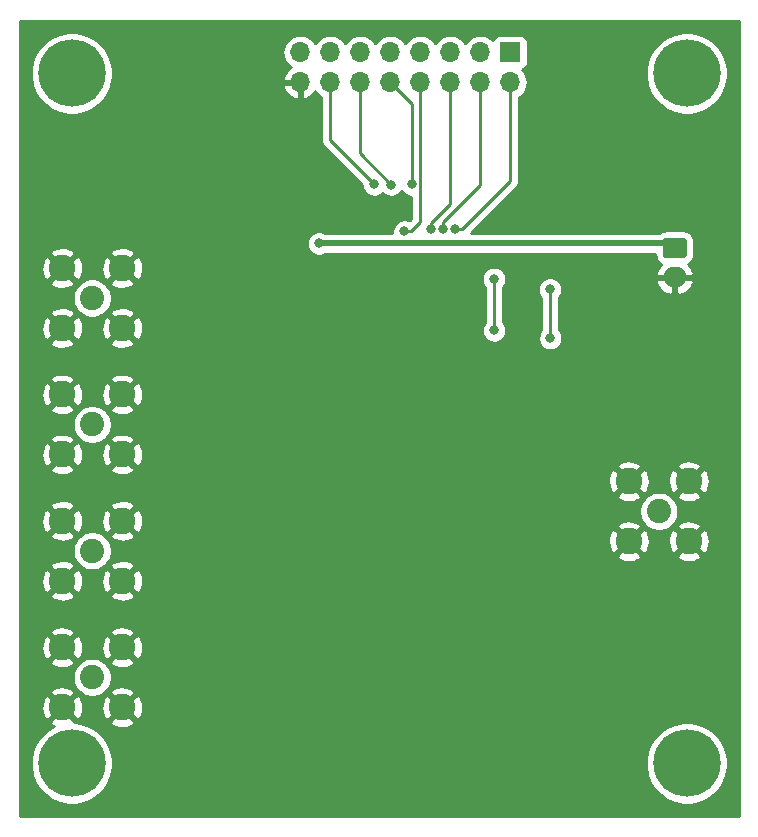
<source format=gbr>
G04 #@! TF.GenerationSoftware,KiCad,Pcbnew,(5.1.2)-2*
G04 #@! TF.CreationDate,2019-07-30T15:31:29+08:00*
G04 #@! TF.ProjectId,HF3,4846332e-6b69-4636-9164-5f7063625858,rev?*
G04 #@! TF.SameCoordinates,Original*
G04 #@! TF.FileFunction,Copper,L2,Bot*
G04 #@! TF.FilePolarity,Positive*
%FSLAX46Y46*%
G04 Gerber Fmt 4.6, Leading zero omitted, Abs format (unit mm)*
G04 Created by KiCad (PCBNEW (5.1.2)-2) date 2019-07-30 15:31:29*
%MOMM*%
%LPD*%
G04 APERTURE LIST*
%ADD10C,5.700000*%
%ADD11R,1.700000X1.700000*%
%ADD12O,1.700000X1.700000*%
%ADD13C,0.100000*%
%ADD14C,1.700000*%
%ADD15O,2.000000X1.700000*%
%ADD16C,2.250000*%
%ADD17C,2.050000*%
%ADD18C,0.800000*%
%ADD19C,0.500000*%
%ADD20C,0.250000*%
%ADD21C,0.254000*%
G04 APERTURE END LIST*
D10*
X138430000Y-147320000D03*
X190500000Y-147320000D03*
X190500000Y-88900000D03*
X138430000Y-88900000D03*
D11*
X175539400Y-87122000D03*
D12*
X175539400Y-89662000D03*
X172999400Y-87122000D03*
X172999400Y-89662000D03*
X170459400Y-87122000D03*
X170459400Y-89662000D03*
X167919400Y-87122000D03*
X167919400Y-89662000D03*
X165379400Y-87122000D03*
X165379400Y-89662000D03*
X162839400Y-87122000D03*
X162839400Y-89662000D03*
X160299400Y-87122000D03*
X160299400Y-89662000D03*
X157759400Y-87122000D03*
X157759400Y-89662000D03*
D13*
G36*
X190258504Y-102834004D02*
G01*
X190282773Y-102837604D01*
X190306571Y-102843565D01*
X190329671Y-102851830D01*
X190351849Y-102862320D01*
X190372893Y-102874933D01*
X190392598Y-102889547D01*
X190410777Y-102906023D01*
X190427253Y-102924202D01*
X190441867Y-102943907D01*
X190454480Y-102964951D01*
X190464970Y-102987129D01*
X190473235Y-103010229D01*
X190479196Y-103034027D01*
X190482796Y-103058296D01*
X190484000Y-103082800D01*
X190484000Y-104282800D01*
X190482796Y-104307304D01*
X190479196Y-104331573D01*
X190473235Y-104355371D01*
X190464970Y-104378471D01*
X190454480Y-104400649D01*
X190441867Y-104421693D01*
X190427253Y-104441398D01*
X190410777Y-104459577D01*
X190392598Y-104476053D01*
X190372893Y-104490667D01*
X190351849Y-104503280D01*
X190329671Y-104513770D01*
X190306571Y-104522035D01*
X190282773Y-104527996D01*
X190258504Y-104531596D01*
X190234000Y-104532800D01*
X188734000Y-104532800D01*
X188709496Y-104531596D01*
X188685227Y-104527996D01*
X188661429Y-104522035D01*
X188638329Y-104513770D01*
X188616151Y-104503280D01*
X188595107Y-104490667D01*
X188575402Y-104476053D01*
X188557223Y-104459577D01*
X188540747Y-104441398D01*
X188526133Y-104421693D01*
X188513520Y-104400649D01*
X188503030Y-104378471D01*
X188494765Y-104355371D01*
X188488804Y-104331573D01*
X188485204Y-104307304D01*
X188484000Y-104282800D01*
X188484000Y-103082800D01*
X188485204Y-103058296D01*
X188488804Y-103034027D01*
X188494765Y-103010229D01*
X188503030Y-102987129D01*
X188513520Y-102964951D01*
X188526133Y-102943907D01*
X188540747Y-102924202D01*
X188557223Y-102906023D01*
X188575402Y-102889547D01*
X188595107Y-102874933D01*
X188616151Y-102862320D01*
X188638329Y-102851830D01*
X188661429Y-102843565D01*
X188685227Y-102837604D01*
X188709496Y-102834004D01*
X188734000Y-102832800D01*
X190234000Y-102832800D01*
X190258504Y-102834004D01*
X190258504Y-102834004D01*
G37*
D14*
X189484000Y-103682800D03*
D15*
X189484000Y-106182800D03*
D16*
X137617200Y-142570200D03*
X137617200Y-137490200D03*
X142697200Y-137490200D03*
X142697200Y-142570200D03*
D17*
X140157200Y-140030200D03*
X140157200Y-129328332D03*
D16*
X142697200Y-131868332D03*
X142697200Y-126788332D03*
X137617200Y-126788332D03*
X137617200Y-131868332D03*
X185597800Y-128524000D03*
X185597800Y-123444000D03*
X190677800Y-123444000D03*
X190677800Y-128524000D03*
D17*
X188137800Y-125984000D03*
D16*
X142697200Y-116086466D03*
X142697200Y-121166466D03*
X137617200Y-121166466D03*
X137617200Y-116086466D03*
D17*
X140157200Y-118626466D03*
X140157200Y-107924600D03*
D16*
X137617200Y-105384600D03*
X137617200Y-110464600D03*
X142697200Y-110464600D03*
X142697200Y-105384600D03*
D18*
X162229800Y-99720400D03*
X163474400Y-115011200D03*
X164490400Y-116128800D03*
X165557200Y-117144800D03*
X166624000Y-118262400D03*
X163271200Y-120040400D03*
X164388800Y-121259600D03*
X165455600Y-122428000D03*
X166573200Y-123596400D03*
X163068000Y-132029200D03*
X164287200Y-130708400D03*
X165455600Y-129489200D03*
X166573200Y-128320800D03*
X163118800Y-137160000D03*
X164439600Y-135686800D03*
X165658800Y-134416800D03*
X166878000Y-133146800D03*
X181660800Y-124206000D03*
X183083200Y-124206000D03*
X181610000Y-127863600D03*
X183083200Y-127863600D03*
X183337200Y-101498400D03*
X184658000Y-101498400D03*
X185978800Y-101498400D03*
X144881600Y-111709200D03*
X146354800Y-113131600D03*
X147777200Y-114452400D03*
X144932400Y-105918000D03*
X146456400Y-107543600D03*
X147878800Y-108915200D03*
X144983200Y-116890800D03*
X146507200Y-116890800D03*
X148082000Y-116890800D03*
X145034000Y-120497600D03*
X146507200Y-120497600D03*
X148031200Y-121462800D03*
X144983200Y-127457200D03*
X146507200Y-127457200D03*
X148082000Y-127457200D03*
X144983200Y-131165600D03*
X146507200Y-131165600D03*
X148031200Y-132435600D03*
X144932400Y-137972800D03*
X146405600Y-137261600D03*
X148031200Y-137261600D03*
X144881600Y-142087600D03*
X146456400Y-142087600D03*
X148082000Y-141224000D03*
X159359600Y-103301800D03*
X164033200Y-98298000D03*
X165481000Y-98323400D03*
X174167800Y-106310600D03*
X174193200Y-110667800D03*
X167194400Y-98298000D03*
X178917600Y-107188000D03*
X178943000Y-111328200D03*
X166599747Y-102273147D03*
X168860710Y-102108357D03*
X169860600Y-102093400D03*
X170860600Y-102087800D03*
D19*
X189103000Y-103301800D02*
X189484000Y-103682800D01*
X159359600Y-103301800D02*
X189103000Y-103301800D01*
D20*
X160299400Y-94564200D02*
X160299400Y-89662000D01*
X164033200Y-98298000D02*
X160299400Y-94564200D01*
X162839400Y-95681800D02*
X162839400Y-89662000D01*
X165481000Y-98323400D02*
X162839400Y-95681800D01*
X174167800Y-106310600D02*
X174167800Y-110642400D01*
X174167800Y-110642400D02*
X174193200Y-110667800D01*
X167194400Y-91477000D02*
X165379400Y-89662000D01*
X167194400Y-98298000D02*
X167194400Y-91477000D01*
X178917600Y-107188000D02*
X178917600Y-111302800D01*
X178917600Y-111302800D02*
X178943000Y-111328200D01*
X167919400Y-90864081D02*
X167919400Y-89662000D01*
X167919400Y-101519179D02*
X167919400Y-90864081D01*
X167165432Y-102273147D02*
X167919400Y-101519179D01*
X166599747Y-102273147D02*
X167165432Y-102273147D01*
X170459400Y-99943982D02*
X170459400Y-89662000D01*
X168860710Y-102108357D02*
X168860710Y-101542672D01*
X168860710Y-101542672D02*
X170459400Y-99943982D01*
X169860600Y-101527715D02*
X169860600Y-102093400D01*
X172999400Y-89662000D02*
X172999400Y-98388915D01*
X172999400Y-98388915D02*
X169860600Y-101527715D01*
X170860600Y-102087800D02*
X171470200Y-102087800D01*
X175539400Y-98018600D02*
X175539400Y-89662000D01*
X171470200Y-102087800D02*
X175539400Y-98018600D01*
D21*
G36*
X194920000Y-151740000D02*
G01*
X134010000Y-151740000D01*
X134010000Y-146976758D01*
X134945000Y-146976758D01*
X134945000Y-147663242D01*
X135078927Y-148336537D01*
X135341633Y-148970766D01*
X135723024Y-149541558D01*
X136208442Y-150026976D01*
X136779234Y-150408367D01*
X137413463Y-150671073D01*
X138086758Y-150805000D01*
X138773242Y-150805000D01*
X139446537Y-150671073D01*
X140080766Y-150408367D01*
X140651558Y-150026976D01*
X141136976Y-149541558D01*
X141518367Y-148970766D01*
X141781073Y-148336537D01*
X141915000Y-147663242D01*
X141915000Y-146976758D01*
X187015000Y-146976758D01*
X187015000Y-147663242D01*
X187148927Y-148336537D01*
X187411633Y-148970766D01*
X187793024Y-149541558D01*
X188278442Y-150026976D01*
X188849234Y-150408367D01*
X189483463Y-150671073D01*
X190156758Y-150805000D01*
X190843242Y-150805000D01*
X191516537Y-150671073D01*
X192150766Y-150408367D01*
X192721558Y-150026976D01*
X193206976Y-149541558D01*
X193588367Y-148970766D01*
X193851073Y-148336537D01*
X193985000Y-147663242D01*
X193985000Y-146976758D01*
X193851073Y-146303463D01*
X193588367Y-145669234D01*
X193206976Y-145098442D01*
X192721558Y-144613024D01*
X192150766Y-144231633D01*
X191516537Y-143968927D01*
X190843242Y-143835000D01*
X190156758Y-143835000D01*
X189483463Y-143968927D01*
X188849234Y-144231633D01*
X188278442Y-144613024D01*
X187793024Y-145098442D01*
X187411633Y-145669234D01*
X187148927Y-146303463D01*
X187015000Y-146976758D01*
X141915000Y-146976758D01*
X141781073Y-146303463D01*
X141518367Y-145669234D01*
X141136976Y-145098442D01*
X140651558Y-144613024D01*
X140080766Y-144231633D01*
X139446537Y-143968927D01*
X138773242Y-143835000D01*
X138646022Y-143835000D01*
X138662126Y-143794731D01*
X141652274Y-143794731D01*
X141763121Y-144071914D01*
X142074040Y-144225289D01*
X142408905Y-144315060D01*
X142754850Y-144337776D01*
X143098580Y-144292566D01*
X143426885Y-144181166D01*
X143631279Y-144071914D01*
X143742126Y-143794731D01*
X142697200Y-142749805D01*
X141652274Y-143794731D01*
X138662126Y-143794731D01*
X137617200Y-142749805D01*
X136572274Y-143794731D01*
X136683121Y-144071914D01*
X136902987Y-144180373D01*
X136779234Y-144231633D01*
X136208442Y-144613024D01*
X135723024Y-145098442D01*
X135341633Y-145669234D01*
X135078927Y-146303463D01*
X134945000Y-146976758D01*
X134010000Y-146976758D01*
X134010000Y-142627850D01*
X135849624Y-142627850D01*
X135894834Y-142971580D01*
X136006234Y-143299885D01*
X136115486Y-143504279D01*
X136392669Y-143615126D01*
X137437595Y-142570200D01*
X137796805Y-142570200D01*
X138841731Y-143615126D01*
X139118914Y-143504279D01*
X139272289Y-143193360D01*
X139362060Y-142858495D01*
X139377204Y-142627850D01*
X140929624Y-142627850D01*
X140974834Y-142971580D01*
X141086234Y-143299885D01*
X141195486Y-143504279D01*
X141472669Y-143615126D01*
X142517595Y-142570200D01*
X142876805Y-142570200D01*
X143921731Y-143615126D01*
X144198914Y-143504279D01*
X144352289Y-143193360D01*
X144442060Y-142858495D01*
X144464776Y-142512550D01*
X144419566Y-142168820D01*
X144308166Y-141840515D01*
X144198914Y-141636121D01*
X143921731Y-141525274D01*
X142876805Y-142570200D01*
X142517595Y-142570200D01*
X141472669Y-141525274D01*
X141195486Y-141636121D01*
X141042111Y-141947040D01*
X140952340Y-142281905D01*
X140929624Y-142627850D01*
X139377204Y-142627850D01*
X139384776Y-142512550D01*
X139339566Y-142168820D01*
X139228166Y-141840515D01*
X139118914Y-141636121D01*
X138841731Y-141525274D01*
X137796805Y-142570200D01*
X137437595Y-142570200D01*
X136392669Y-141525274D01*
X136115486Y-141636121D01*
X135962111Y-141947040D01*
X135872340Y-142281905D01*
X135849624Y-142627850D01*
X134010000Y-142627850D01*
X134010000Y-141345669D01*
X136572274Y-141345669D01*
X137617200Y-142390595D01*
X138662126Y-141345669D01*
X138551279Y-141068486D01*
X138240360Y-140915111D01*
X137905495Y-140825340D01*
X137559550Y-140802624D01*
X137215820Y-140847834D01*
X136887515Y-140959234D01*
X136683121Y-141068486D01*
X136572274Y-141345669D01*
X134010000Y-141345669D01*
X134010000Y-139866704D01*
X138497200Y-139866704D01*
X138497200Y-140193696D01*
X138560993Y-140514404D01*
X138686127Y-140816505D01*
X138867794Y-141088388D01*
X139099012Y-141319606D01*
X139370895Y-141501273D01*
X139672996Y-141626407D01*
X139993704Y-141690200D01*
X140320696Y-141690200D01*
X140641404Y-141626407D01*
X140943505Y-141501273D01*
X141176382Y-141345669D01*
X141652274Y-141345669D01*
X142697200Y-142390595D01*
X143742126Y-141345669D01*
X143631279Y-141068486D01*
X143320360Y-140915111D01*
X142985495Y-140825340D01*
X142639550Y-140802624D01*
X142295820Y-140847834D01*
X141967515Y-140959234D01*
X141763121Y-141068486D01*
X141652274Y-141345669D01*
X141176382Y-141345669D01*
X141215388Y-141319606D01*
X141446606Y-141088388D01*
X141628273Y-140816505D01*
X141753407Y-140514404D01*
X141817200Y-140193696D01*
X141817200Y-139866704D01*
X141753407Y-139545996D01*
X141628273Y-139243895D01*
X141446606Y-138972012D01*
X141215388Y-138740794D01*
X141176383Y-138714731D01*
X141652274Y-138714731D01*
X141763121Y-138991914D01*
X142074040Y-139145289D01*
X142408905Y-139235060D01*
X142754850Y-139257776D01*
X143098580Y-139212566D01*
X143426885Y-139101166D01*
X143631279Y-138991914D01*
X143742126Y-138714731D01*
X142697200Y-137669805D01*
X141652274Y-138714731D01*
X141176383Y-138714731D01*
X140943505Y-138559127D01*
X140641404Y-138433993D01*
X140320696Y-138370200D01*
X139993704Y-138370200D01*
X139672996Y-138433993D01*
X139370895Y-138559127D01*
X139099012Y-138740794D01*
X138867794Y-138972012D01*
X138686127Y-139243895D01*
X138560993Y-139545996D01*
X138497200Y-139866704D01*
X134010000Y-139866704D01*
X134010000Y-138714731D01*
X136572274Y-138714731D01*
X136683121Y-138991914D01*
X136994040Y-139145289D01*
X137328905Y-139235060D01*
X137674850Y-139257776D01*
X138018580Y-139212566D01*
X138346885Y-139101166D01*
X138551279Y-138991914D01*
X138662126Y-138714731D01*
X137617200Y-137669805D01*
X136572274Y-138714731D01*
X134010000Y-138714731D01*
X134010000Y-137547850D01*
X135849624Y-137547850D01*
X135894834Y-137891580D01*
X136006234Y-138219885D01*
X136115486Y-138424279D01*
X136392669Y-138535126D01*
X137437595Y-137490200D01*
X137796805Y-137490200D01*
X138841731Y-138535126D01*
X139118914Y-138424279D01*
X139272289Y-138113360D01*
X139362060Y-137778495D01*
X139377204Y-137547850D01*
X140929624Y-137547850D01*
X140974834Y-137891580D01*
X141086234Y-138219885D01*
X141195486Y-138424279D01*
X141472669Y-138535126D01*
X142517595Y-137490200D01*
X142876805Y-137490200D01*
X143921731Y-138535126D01*
X144198914Y-138424279D01*
X144352289Y-138113360D01*
X144442060Y-137778495D01*
X144464776Y-137432550D01*
X144419566Y-137088820D01*
X144308166Y-136760515D01*
X144198914Y-136556121D01*
X143921731Y-136445274D01*
X142876805Y-137490200D01*
X142517595Y-137490200D01*
X141472669Y-136445274D01*
X141195486Y-136556121D01*
X141042111Y-136867040D01*
X140952340Y-137201905D01*
X140929624Y-137547850D01*
X139377204Y-137547850D01*
X139384776Y-137432550D01*
X139339566Y-137088820D01*
X139228166Y-136760515D01*
X139118914Y-136556121D01*
X138841731Y-136445274D01*
X137796805Y-137490200D01*
X137437595Y-137490200D01*
X136392669Y-136445274D01*
X136115486Y-136556121D01*
X135962111Y-136867040D01*
X135872340Y-137201905D01*
X135849624Y-137547850D01*
X134010000Y-137547850D01*
X134010000Y-136265669D01*
X136572274Y-136265669D01*
X137617200Y-137310595D01*
X138662126Y-136265669D01*
X141652274Y-136265669D01*
X142697200Y-137310595D01*
X143742126Y-136265669D01*
X143631279Y-135988486D01*
X143320360Y-135835111D01*
X142985495Y-135745340D01*
X142639550Y-135722624D01*
X142295820Y-135767834D01*
X141967515Y-135879234D01*
X141763121Y-135988486D01*
X141652274Y-136265669D01*
X138662126Y-136265669D01*
X138551279Y-135988486D01*
X138240360Y-135835111D01*
X137905495Y-135745340D01*
X137559550Y-135722624D01*
X137215820Y-135767834D01*
X136887515Y-135879234D01*
X136683121Y-135988486D01*
X136572274Y-136265669D01*
X134010000Y-136265669D01*
X134010000Y-133092863D01*
X136572274Y-133092863D01*
X136683121Y-133370046D01*
X136994040Y-133523421D01*
X137328905Y-133613192D01*
X137674850Y-133635908D01*
X138018580Y-133590698D01*
X138346885Y-133479298D01*
X138551279Y-133370046D01*
X138662126Y-133092863D01*
X141652274Y-133092863D01*
X141763121Y-133370046D01*
X142074040Y-133523421D01*
X142408905Y-133613192D01*
X142754850Y-133635908D01*
X143098580Y-133590698D01*
X143426885Y-133479298D01*
X143631279Y-133370046D01*
X143742126Y-133092863D01*
X142697200Y-132047937D01*
X141652274Y-133092863D01*
X138662126Y-133092863D01*
X137617200Y-132047937D01*
X136572274Y-133092863D01*
X134010000Y-133092863D01*
X134010000Y-131925982D01*
X135849624Y-131925982D01*
X135894834Y-132269712D01*
X136006234Y-132598017D01*
X136115486Y-132802411D01*
X136392669Y-132913258D01*
X137437595Y-131868332D01*
X137796805Y-131868332D01*
X138841731Y-132913258D01*
X139118914Y-132802411D01*
X139272289Y-132491492D01*
X139362060Y-132156627D01*
X139377204Y-131925982D01*
X140929624Y-131925982D01*
X140974834Y-132269712D01*
X141086234Y-132598017D01*
X141195486Y-132802411D01*
X141472669Y-132913258D01*
X142517595Y-131868332D01*
X142876805Y-131868332D01*
X143921731Y-132913258D01*
X144198914Y-132802411D01*
X144352289Y-132491492D01*
X144442060Y-132156627D01*
X144464776Y-131810682D01*
X144419566Y-131466952D01*
X144308166Y-131138647D01*
X144198914Y-130934253D01*
X143921731Y-130823406D01*
X142876805Y-131868332D01*
X142517595Y-131868332D01*
X141472669Y-130823406D01*
X141195486Y-130934253D01*
X141042111Y-131245172D01*
X140952340Y-131580037D01*
X140929624Y-131925982D01*
X139377204Y-131925982D01*
X139384776Y-131810682D01*
X139339566Y-131466952D01*
X139228166Y-131138647D01*
X139118914Y-130934253D01*
X138841731Y-130823406D01*
X137796805Y-131868332D01*
X137437595Y-131868332D01*
X136392669Y-130823406D01*
X136115486Y-130934253D01*
X135962111Y-131245172D01*
X135872340Y-131580037D01*
X135849624Y-131925982D01*
X134010000Y-131925982D01*
X134010000Y-130643801D01*
X136572274Y-130643801D01*
X137617200Y-131688727D01*
X138662126Y-130643801D01*
X138551279Y-130366618D01*
X138240360Y-130213243D01*
X137905495Y-130123472D01*
X137559550Y-130100756D01*
X137215820Y-130145966D01*
X136887515Y-130257366D01*
X136683121Y-130366618D01*
X136572274Y-130643801D01*
X134010000Y-130643801D01*
X134010000Y-129164836D01*
X138497200Y-129164836D01*
X138497200Y-129491828D01*
X138560993Y-129812536D01*
X138686127Y-130114637D01*
X138867794Y-130386520D01*
X139099012Y-130617738D01*
X139370895Y-130799405D01*
X139672996Y-130924539D01*
X139993704Y-130988332D01*
X140320696Y-130988332D01*
X140641404Y-130924539D01*
X140943505Y-130799405D01*
X141176382Y-130643801D01*
X141652274Y-130643801D01*
X142697200Y-131688727D01*
X143742126Y-130643801D01*
X143631279Y-130366618D01*
X143320360Y-130213243D01*
X142985495Y-130123472D01*
X142639550Y-130100756D01*
X142295820Y-130145966D01*
X141967515Y-130257366D01*
X141763121Y-130366618D01*
X141652274Y-130643801D01*
X141176382Y-130643801D01*
X141215388Y-130617738D01*
X141446606Y-130386520D01*
X141628273Y-130114637D01*
X141753407Y-129812536D01*
X141766138Y-129748531D01*
X184552874Y-129748531D01*
X184663721Y-130025714D01*
X184974640Y-130179089D01*
X185309505Y-130268860D01*
X185655450Y-130291576D01*
X185999180Y-130246366D01*
X186327485Y-130134966D01*
X186531879Y-130025714D01*
X186642726Y-129748531D01*
X189632874Y-129748531D01*
X189743721Y-130025714D01*
X190054640Y-130179089D01*
X190389505Y-130268860D01*
X190735450Y-130291576D01*
X191079180Y-130246366D01*
X191407485Y-130134966D01*
X191611879Y-130025714D01*
X191722726Y-129748531D01*
X190677800Y-128703605D01*
X189632874Y-129748531D01*
X186642726Y-129748531D01*
X185597800Y-128703605D01*
X184552874Y-129748531D01*
X141766138Y-129748531D01*
X141817200Y-129491828D01*
X141817200Y-129164836D01*
X141753407Y-128844128D01*
X141644686Y-128581650D01*
X183830224Y-128581650D01*
X183875434Y-128925380D01*
X183986834Y-129253685D01*
X184096086Y-129458079D01*
X184373269Y-129568926D01*
X185418195Y-128524000D01*
X185777405Y-128524000D01*
X186822331Y-129568926D01*
X187099514Y-129458079D01*
X187252889Y-129147160D01*
X187342660Y-128812295D01*
X187357804Y-128581650D01*
X188910224Y-128581650D01*
X188955434Y-128925380D01*
X189066834Y-129253685D01*
X189176086Y-129458079D01*
X189453269Y-129568926D01*
X190498195Y-128524000D01*
X190857405Y-128524000D01*
X191902331Y-129568926D01*
X192179514Y-129458079D01*
X192332889Y-129147160D01*
X192422660Y-128812295D01*
X192445376Y-128466350D01*
X192400166Y-128122620D01*
X192288766Y-127794315D01*
X192179514Y-127589921D01*
X191902331Y-127479074D01*
X190857405Y-128524000D01*
X190498195Y-128524000D01*
X189453269Y-127479074D01*
X189176086Y-127589921D01*
X189022711Y-127900840D01*
X188932940Y-128235705D01*
X188910224Y-128581650D01*
X187357804Y-128581650D01*
X187365376Y-128466350D01*
X187320166Y-128122620D01*
X187208766Y-127794315D01*
X187099514Y-127589921D01*
X186822331Y-127479074D01*
X185777405Y-128524000D01*
X185418195Y-128524000D01*
X184373269Y-127479074D01*
X184096086Y-127589921D01*
X183942711Y-127900840D01*
X183852940Y-128235705D01*
X183830224Y-128581650D01*
X141644686Y-128581650D01*
X141628273Y-128542027D01*
X141446606Y-128270144D01*
X141215388Y-128038926D01*
X141176383Y-128012863D01*
X141652274Y-128012863D01*
X141763121Y-128290046D01*
X142074040Y-128443421D01*
X142408905Y-128533192D01*
X142754850Y-128555908D01*
X143098580Y-128510698D01*
X143426885Y-128399298D01*
X143631279Y-128290046D01*
X143742126Y-128012863D01*
X142697200Y-126967937D01*
X141652274Y-128012863D01*
X141176383Y-128012863D01*
X140943505Y-127857259D01*
X140641404Y-127732125D01*
X140320696Y-127668332D01*
X139993704Y-127668332D01*
X139672996Y-127732125D01*
X139370895Y-127857259D01*
X139099012Y-128038926D01*
X138867794Y-128270144D01*
X138686127Y-128542027D01*
X138560993Y-128844128D01*
X138497200Y-129164836D01*
X134010000Y-129164836D01*
X134010000Y-128012863D01*
X136572274Y-128012863D01*
X136683121Y-128290046D01*
X136994040Y-128443421D01*
X137328905Y-128533192D01*
X137674850Y-128555908D01*
X138018580Y-128510698D01*
X138346885Y-128399298D01*
X138551279Y-128290046D01*
X138662126Y-128012863D01*
X137617200Y-126967937D01*
X136572274Y-128012863D01*
X134010000Y-128012863D01*
X134010000Y-126845982D01*
X135849624Y-126845982D01*
X135894834Y-127189712D01*
X136006234Y-127518017D01*
X136115486Y-127722411D01*
X136392669Y-127833258D01*
X137437595Y-126788332D01*
X137796805Y-126788332D01*
X138841731Y-127833258D01*
X139118914Y-127722411D01*
X139272289Y-127411492D01*
X139362060Y-127076627D01*
X139377204Y-126845982D01*
X140929624Y-126845982D01*
X140974834Y-127189712D01*
X141086234Y-127518017D01*
X141195486Y-127722411D01*
X141472669Y-127833258D01*
X142517595Y-126788332D01*
X142876805Y-126788332D01*
X143921731Y-127833258D01*
X144198914Y-127722411D01*
X144352289Y-127411492D01*
X144382320Y-127299469D01*
X184552874Y-127299469D01*
X185597800Y-128344395D01*
X186642726Y-127299469D01*
X186531879Y-127022286D01*
X186220960Y-126868911D01*
X185886095Y-126779140D01*
X185540150Y-126756424D01*
X185196420Y-126801634D01*
X184868115Y-126913034D01*
X184663721Y-127022286D01*
X184552874Y-127299469D01*
X144382320Y-127299469D01*
X144442060Y-127076627D01*
X144464776Y-126730682D01*
X144419566Y-126386952D01*
X144308166Y-126058647D01*
X144198914Y-125854253D01*
X144114522Y-125820504D01*
X186477800Y-125820504D01*
X186477800Y-126147496D01*
X186541593Y-126468204D01*
X186666727Y-126770305D01*
X186848394Y-127042188D01*
X187079612Y-127273406D01*
X187351495Y-127455073D01*
X187653596Y-127580207D01*
X187974304Y-127644000D01*
X188301296Y-127644000D01*
X188622004Y-127580207D01*
X188924105Y-127455073D01*
X189156982Y-127299469D01*
X189632874Y-127299469D01*
X190677800Y-128344395D01*
X191722726Y-127299469D01*
X191611879Y-127022286D01*
X191300960Y-126868911D01*
X190966095Y-126779140D01*
X190620150Y-126756424D01*
X190276420Y-126801634D01*
X189948115Y-126913034D01*
X189743721Y-127022286D01*
X189632874Y-127299469D01*
X189156982Y-127299469D01*
X189195988Y-127273406D01*
X189427206Y-127042188D01*
X189608873Y-126770305D01*
X189734007Y-126468204D01*
X189797800Y-126147496D01*
X189797800Y-125820504D01*
X189734007Y-125499796D01*
X189608873Y-125197695D01*
X189427206Y-124925812D01*
X189195988Y-124694594D01*
X189156983Y-124668531D01*
X189632874Y-124668531D01*
X189743721Y-124945714D01*
X190054640Y-125099089D01*
X190389505Y-125188860D01*
X190735450Y-125211576D01*
X191079180Y-125166366D01*
X191407485Y-125054966D01*
X191611879Y-124945714D01*
X191722726Y-124668531D01*
X190677800Y-123623605D01*
X189632874Y-124668531D01*
X189156983Y-124668531D01*
X188924105Y-124512927D01*
X188622004Y-124387793D01*
X188301296Y-124324000D01*
X187974304Y-124324000D01*
X187653596Y-124387793D01*
X187351495Y-124512927D01*
X187079612Y-124694594D01*
X186848394Y-124925812D01*
X186666727Y-125197695D01*
X186541593Y-125499796D01*
X186477800Y-125820504D01*
X144114522Y-125820504D01*
X143921731Y-125743406D01*
X142876805Y-126788332D01*
X142517595Y-126788332D01*
X141472669Y-125743406D01*
X141195486Y-125854253D01*
X141042111Y-126165172D01*
X140952340Y-126500037D01*
X140929624Y-126845982D01*
X139377204Y-126845982D01*
X139384776Y-126730682D01*
X139339566Y-126386952D01*
X139228166Y-126058647D01*
X139118914Y-125854253D01*
X138841731Y-125743406D01*
X137796805Y-126788332D01*
X137437595Y-126788332D01*
X136392669Y-125743406D01*
X136115486Y-125854253D01*
X135962111Y-126165172D01*
X135872340Y-126500037D01*
X135849624Y-126845982D01*
X134010000Y-126845982D01*
X134010000Y-125563801D01*
X136572274Y-125563801D01*
X137617200Y-126608727D01*
X138662126Y-125563801D01*
X141652274Y-125563801D01*
X142697200Y-126608727D01*
X143742126Y-125563801D01*
X143631279Y-125286618D01*
X143320360Y-125133243D01*
X142985495Y-125043472D01*
X142639550Y-125020756D01*
X142295820Y-125065966D01*
X141967515Y-125177366D01*
X141763121Y-125286618D01*
X141652274Y-125563801D01*
X138662126Y-125563801D01*
X138551279Y-125286618D01*
X138240360Y-125133243D01*
X137905495Y-125043472D01*
X137559550Y-125020756D01*
X137215820Y-125065966D01*
X136887515Y-125177366D01*
X136683121Y-125286618D01*
X136572274Y-125563801D01*
X134010000Y-125563801D01*
X134010000Y-124668531D01*
X184552874Y-124668531D01*
X184663721Y-124945714D01*
X184974640Y-125099089D01*
X185309505Y-125188860D01*
X185655450Y-125211576D01*
X185999180Y-125166366D01*
X186327485Y-125054966D01*
X186531879Y-124945714D01*
X186642726Y-124668531D01*
X185597800Y-123623605D01*
X184552874Y-124668531D01*
X134010000Y-124668531D01*
X134010000Y-123501650D01*
X183830224Y-123501650D01*
X183875434Y-123845380D01*
X183986834Y-124173685D01*
X184096086Y-124378079D01*
X184373269Y-124488926D01*
X185418195Y-123444000D01*
X185777405Y-123444000D01*
X186822331Y-124488926D01*
X187099514Y-124378079D01*
X187252889Y-124067160D01*
X187342660Y-123732295D01*
X187357804Y-123501650D01*
X188910224Y-123501650D01*
X188955434Y-123845380D01*
X189066834Y-124173685D01*
X189176086Y-124378079D01*
X189453269Y-124488926D01*
X190498195Y-123444000D01*
X190857405Y-123444000D01*
X191902331Y-124488926D01*
X192179514Y-124378079D01*
X192332889Y-124067160D01*
X192422660Y-123732295D01*
X192445376Y-123386350D01*
X192400166Y-123042620D01*
X192288766Y-122714315D01*
X192179514Y-122509921D01*
X191902331Y-122399074D01*
X190857405Y-123444000D01*
X190498195Y-123444000D01*
X189453269Y-122399074D01*
X189176086Y-122509921D01*
X189022711Y-122820840D01*
X188932940Y-123155705D01*
X188910224Y-123501650D01*
X187357804Y-123501650D01*
X187365376Y-123386350D01*
X187320166Y-123042620D01*
X187208766Y-122714315D01*
X187099514Y-122509921D01*
X186822331Y-122399074D01*
X185777405Y-123444000D01*
X185418195Y-123444000D01*
X184373269Y-122399074D01*
X184096086Y-122509921D01*
X183942711Y-122820840D01*
X183852940Y-123155705D01*
X183830224Y-123501650D01*
X134010000Y-123501650D01*
X134010000Y-122390997D01*
X136572274Y-122390997D01*
X136683121Y-122668180D01*
X136994040Y-122821555D01*
X137328905Y-122911326D01*
X137674850Y-122934042D01*
X138018580Y-122888832D01*
X138346885Y-122777432D01*
X138551279Y-122668180D01*
X138662126Y-122390997D01*
X141652274Y-122390997D01*
X141763121Y-122668180D01*
X142074040Y-122821555D01*
X142408905Y-122911326D01*
X142754850Y-122934042D01*
X143098580Y-122888832D01*
X143426885Y-122777432D01*
X143631279Y-122668180D01*
X143742126Y-122390997D01*
X143570598Y-122219469D01*
X184552874Y-122219469D01*
X185597800Y-123264395D01*
X186642726Y-122219469D01*
X189632874Y-122219469D01*
X190677800Y-123264395D01*
X191722726Y-122219469D01*
X191611879Y-121942286D01*
X191300960Y-121788911D01*
X190966095Y-121699140D01*
X190620150Y-121676424D01*
X190276420Y-121721634D01*
X189948115Y-121833034D01*
X189743721Y-121942286D01*
X189632874Y-122219469D01*
X186642726Y-122219469D01*
X186531879Y-121942286D01*
X186220960Y-121788911D01*
X185886095Y-121699140D01*
X185540150Y-121676424D01*
X185196420Y-121721634D01*
X184868115Y-121833034D01*
X184663721Y-121942286D01*
X184552874Y-122219469D01*
X143570598Y-122219469D01*
X142697200Y-121346071D01*
X141652274Y-122390997D01*
X138662126Y-122390997D01*
X137617200Y-121346071D01*
X136572274Y-122390997D01*
X134010000Y-122390997D01*
X134010000Y-121224116D01*
X135849624Y-121224116D01*
X135894834Y-121567846D01*
X136006234Y-121896151D01*
X136115486Y-122100545D01*
X136392669Y-122211392D01*
X137437595Y-121166466D01*
X137796805Y-121166466D01*
X138841731Y-122211392D01*
X139118914Y-122100545D01*
X139272289Y-121789626D01*
X139362060Y-121454761D01*
X139377204Y-121224116D01*
X140929624Y-121224116D01*
X140974834Y-121567846D01*
X141086234Y-121896151D01*
X141195486Y-122100545D01*
X141472669Y-122211392D01*
X142517595Y-121166466D01*
X142876805Y-121166466D01*
X143921731Y-122211392D01*
X144198914Y-122100545D01*
X144352289Y-121789626D01*
X144442060Y-121454761D01*
X144464776Y-121108816D01*
X144419566Y-120765086D01*
X144308166Y-120436781D01*
X144198914Y-120232387D01*
X143921731Y-120121540D01*
X142876805Y-121166466D01*
X142517595Y-121166466D01*
X141472669Y-120121540D01*
X141195486Y-120232387D01*
X141042111Y-120543306D01*
X140952340Y-120878171D01*
X140929624Y-121224116D01*
X139377204Y-121224116D01*
X139384776Y-121108816D01*
X139339566Y-120765086D01*
X139228166Y-120436781D01*
X139118914Y-120232387D01*
X138841731Y-120121540D01*
X137796805Y-121166466D01*
X137437595Y-121166466D01*
X136392669Y-120121540D01*
X136115486Y-120232387D01*
X135962111Y-120543306D01*
X135872340Y-120878171D01*
X135849624Y-121224116D01*
X134010000Y-121224116D01*
X134010000Y-119941935D01*
X136572274Y-119941935D01*
X137617200Y-120986861D01*
X138662126Y-119941935D01*
X138551279Y-119664752D01*
X138240360Y-119511377D01*
X137905495Y-119421606D01*
X137559550Y-119398890D01*
X137215820Y-119444100D01*
X136887515Y-119555500D01*
X136683121Y-119664752D01*
X136572274Y-119941935D01*
X134010000Y-119941935D01*
X134010000Y-118462970D01*
X138497200Y-118462970D01*
X138497200Y-118789962D01*
X138560993Y-119110670D01*
X138686127Y-119412771D01*
X138867794Y-119684654D01*
X139099012Y-119915872D01*
X139370895Y-120097539D01*
X139672996Y-120222673D01*
X139993704Y-120286466D01*
X140320696Y-120286466D01*
X140641404Y-120222673D01*
X140943505Y-120097539D01*
X141176382Y-119941935D01*
X141652274Y-119941935D01*
X142697200Y-120986861D01*
X143742126Y-119941935D01*
X143631279Y-119664752D01*
X143320360Y-119511377D01*
X142985495Y-119421606D01*
X142639550Y-119398890D01*
X142295820Y-119444100D01*
X141967515Y-119555500D01*
X141763121Y-119664752D01*
X141652274Y-119941935D01*
X141176382Y-119941935D01*
X141215388Y-119915872D01*
X141446606Y-119684654D01*
X141628273Y-119412771D01*
X141753407Y-119110670D01*
X141817200Y-118789962D01*
X141817200Y-118462970D01*
X141753407Y-118142262D01*
X141628273Y-117840161D01*
X141446606Y-117568278D01*
X141215388Y-117337060D01*
X141176383Y-117310997D01*
X141652274Y-117310997D01*
X141763121Y-117588180D01*
X142074040Y-117741555D01*
X142408905Y-117831326D01*
X142754850Y-117854042D01*
X143098580Y-117808832D01*
X143426885Y-117697432D01*
X143631279Y-117588180D01*
X143742126Y-117310997D01*
X142697200Y-116266071D01*
X141652274Y-117310997D01*
X141176383Y-117310997D01*
X140943505Y-117155393D01*
X140641404Y-117030259D01*
X140320696Y-116966466D01*
X139993704Y-116966466D01*
X139672996Y-117030259D01*
X139370895Y-117155393D01*
X139099012Y-117337060D01*
X138867794Y-117568278D01*
X138686127Y-117840161D01*
X138560993Y-118142262D01*
X138497200Y-118462970D01*
X134010000Y-118462970D01*
X134010000Y-117310997D01*
X136572274Y-117310997D01*
X136683121Y-117588180D01*
X136994040Y-117741555D01*
X137328905Y-117831326D01*
X137674850Y-117854042D01*
X138018580Y-117808832D01*
X138346885Y-117697432D01*
X138551279Y-117588180D01*
X138662126Y-117310997D01*
X137617200Y-116266071D01*
X136572274Y-117310997D01*
X134010000Y-117310997D01*
X134010000Y-116144116D01*
X135849624Y-116144116D01*
X135894834Y-116487846D01*
X136006234Y-116816151D01*
X136115486Y-117020545D01*
X136392669Y-117131392D01*
X137437595Y-116086466D01*
X137796805Y-116086466D01*
X138841731Y-117131392D01*
X139118914Y-117020545D01*
X139272289Y-116709626D01*
X139362060Y-116374761D01*
X139377204Y-116144116D01*
X140929624Y-116144116D01*
X140974834Y-116487846D01*
X141086234Y-116816151D01*
X141195486Y-117020545D01*
X141472669Y-117131392D01*
X142517595Y-116086466D01*
X142876805Y-116086466D01*
X143921731Y-117131392D01*
X144198914Y-117020545D01*
X144352289Y-116709626D01*
X144442060Y-116374761D01*
X144464776Y-116028816D01*
X144419566Y-115685086D01*
X144308166Y-115356781D01*
X144198914Y-115152387D01*
X143921731Y-115041540D01*
X142876805Y-116086466D01*
X142517595Y-116086466D01*
X141472669Y-115041540D01*
X141195486Y-115152387D01*
X141042111Y-115463306D01*
X140952340Y-115798171D01*
X140929624Y-116144116D01*
X139377204Y-116144116D01*
X139384776Y-116028816D01*
X139339566Y-115685086D01*
X139228166Y-115356781D01*
X139118914Y-115152387D01*
X138841731Y-115041540D01*
X137796805Y-116086466D01*
X137437595Y-116086466D01*
X136392669Y-115041540D01*
X136115486Y-115152387D01*
X135962111Y-115463306D01*
X135872340Y-115798171D01*
X135849624Y-116144116D01*
X134010000Y-116144116D01*
X134010000Y-114861935D01*
X136572274Y-114861935D01*
X137617200Y-115906861D01*
X138662126Y-114861935D01*
X141652274Y-114861935D01*
X142697200Y-115906861D01*
X143742126Y-114861935D01*
X143631279Y-114584752D01*
X143320360Y-114431377D01*
X142985495Y-114341606D01*
X142639550Y-114318890D01*
X142295820Y-114364100D01*
X141967515Y-114475500D01*
X141763121Y-114584752D01*
X141652274Y-114861935D01*
X138662126Y-114861935D01*
X138551279Y-114584752D01*
X138240360Y-114431377D01*
X137905495Y-114341606D01*
X137559550Y-114318890D01*
X137215820Y-114364100D01*
X136887515Y-114475500D01*
X136683121Y-114584752D01*
X136572274Y-114861935D01*
X134010000Y-114861935D01*
X134010000Y-111689131D01*
X136572274Y-111689131D01*
X136683121Y-111966314D01*
X136994040Y-112119689D01*
X137328905Y-112209460D01*
X137674850Y-112232176D01*
X138018580Y-112186966D01*
X138346885Y-112075566D01*
X138551279Y-111966314D01*
X138662126Y-111689131D01*
X141652274Y-111689131D01*
X141763121Y-111966314D01*
X142074040Y-112119689D01*
X142408905Y-112209460D01*
X142754850Y-112232176D01*
X143098580Y-112186966D01*
X143426885Y-112075566D01*
X143631279Y-111966314D01*
X143742126Y-111689131D01*
X142697200Y-110644205D01*
X141652274Y-111689131D01*
X138662126Y-111689131D01*
X137617200Y-110644205D01*
X136572274Y-111689131D01*
X134010000Y-111689131D01*
X134010000Y-110522250D01*
X135849624Y-110522250D01*
X135894834Y-110865980D01*
X136006234Y-111194285D01*
X136115486Y-111398679D01*
X136392669Y-111509526D01*
X137437595Y-110464600D01*
X137796805Y-110464600D01*
X138841731Y-111509526D01*
X139118914Y-111398679D01*
X139272289Y-111087760D01*
X139362060Y-110752895D01*
X139377204Y-110522250D01*
X140929624Y-110522250D01*
X140974834Y-110865980D01*
X141086234Y-111194285D01*
X141195486Y-111398679D01*
X141472669Y-111509526D01*
X142517595Y-110464600D01*
X142876805Y-110464600D01*
X143921731Y-111509526D01*
X144198914Y-111398679D01*
X144352289Y-111087760D01*
X144442060Y-110752895D01*
X144464776Y-110406950D01*
X144419566Y-110063220D01*
X144308166Y-109734915D01*
X144198914Y-109530521D01*
X143921731Y-109419674D01*
X142876805Y-110464600D01*
X142517595Y-110464600D01*
X141472669Y-109419674D01*
X141195486Y-109530521D01*
X141042111Y-109841440D01*
X140952340Y-110176305D01*
X140929624Y-110522250D01*
X139377204Y-110522250D01*
X139384776Y-110406950D01*
X139339566Y-110063220D01*
X139228166Y-109734915D01*
X139118914Y-109530521D01*
X138841731Y-109419674D01*
X137796805Y-110464600D01*
X137437595Y-110464600D01*
X136392669Y-109419674D01*
X136115486Y-109530521D01*
X135962111Y-109841440D01*
X135872340Y-110176305D01*
X135849624Y-110522250D01*
X134010000Y-110522250D01*
X134010000Y-109240069D01*
X136572274Y-109240069D01*
X137617200Y-110284995D01*
X138662126Y-109240069D01*
X138551279Y-108962886D01*
X138240360Y-108809511D01*
X137905495Y-108719740D01*
X137559550Y-108697024D01*
X137215820Y-108742234D01*
X136887515Y-108853634D01*
X136683121Y-108962886D01*
X136572274Y-109240069D01*
X134010000Y-109240069D01*
X134010000Y-107761104D01*
X138497200Y-107761104D01*
X138497200Y-108088096D01*
X138560993Y-108408804D01*
X138686127Y-108710905D01*
X138867794Y-108982788D01*
X139099012Y-109214006D01*
X139370895Y-109395673D01*
X139672996Y-109520807D01*
X139993704Y-109584600D01*
X140320696Y-109584600D01*
X140641404Y-109520807D01*
X140943505Y-109395673D01*
X141176382Y-109240069D01*
X141652274Y-109240069D01*
X142697200Y-110284995D01*
X143742126Y-109240069D01*
X143631279Y-108962886D01*
X143320360Y-108809511D01*
X142985495Y-108719740D01*
X142639550Y-108697024D01*
X142295820Y-108742234D01*
X141967515Y-108853634D01*
X141763121Y-108962886D01*
X141652274Y-109240069D01*
X141176382Y-109240069D01*
X141215388Y-109214006D01*
X141446606Y-108982788D01*
X141628273Y-108710905D01*
X141753407Y-108408804D01*
X141817200Y-108088096D01*
X141817200Y-107761104D01*
X141753407Y-107440396D01*
X141628273Y-107138295D01*
X141446606Y-106866412D01*
X141215388Y-106635194D01*
X141176383Y-106609131D01*
X141652274Y-106609131D01*
X141763121Y-106886314D01*
X142074040Y-107039689D01*
X142408905Y-107129460D01*
X142754850Y-107152176D01*
X143098580Y-107106966D01*
X143426885Y-106995566D01*
X143631279Y-106886314D01*
X143742126Y-106609131D01*
X142697200Y-105564205D01*
X141652274Y-106609131D01*
X141176383Y-106609131D01*
X140943505Y-106453527D01*
X140641404Y-106328393D01*
X140320696Y-106264600D01*
X139993704Y-106264600D01*
X139672996Y-106328393D01*
X139370895Y-106453527D01*
X139099012Y-106635194D01*
X138867794Y-106866412D01*
X138686127Y-107138295D01*
X138560993Y-107440396D01*
X138497200Y-107761104D01*
X134010000Y-107761104D01*
X134010000Y-106609131D01*
X136572274Y-106609131D01*
X136683121Y-106886314D01*
X136994040Y-107039689D01*
X137328905Y-107129460D01*
X137674850Y-107152176D01*
X138018580Y-107106966D01*
X138346885Y-106995566D01*
X138551279Y-106886314D01*
X138662126Y-106609131D01*
X137617200Y-105564205D01*
X136572274Y-106609131D01*
X134010000Y-106609131D01*
X134010000Y-105442250D01*
X135849624Y-105442250D01*
X135894834Y-105785980D01*
X136006234Y-106114285D01*
X136115486Y-106318679D01*
X136392669Y-106429526D01*
X137437595Y-105384600D01*
X137796805Y-105384600D01*
X138841731Y-106429526D01*
X139118914Y-106318679D01*
X139272289Y-106007760D01*
X139362060Y-105672895D01*
X139377204Y-105442250D01*
X140929624Y-105442250D01*
X140974834Y-105785980D01*
X141086234Y-106114285D01*
X141195486Y-106318679D01*
X141472669Y-106429526D01*
X142517595Y-105384600D01*
X142876805Y-105384600D01*
X143921731Y-106429526D01*
X144198914Y-106318679D01*
X144253185Y-106208661D01*
X173132800Y-106208661D01*
X173132800Y-106412539D01*
X173172574Y-106612498D01*
X173250595Y-106800856D01*
X173363863Y-106970374D01*
X173407800Y-107014311D01*
X173407801Y-109989488D01*
X173389263Y-110008026D01*
X173275995Y-110177544D01*
X173197974Y-110365902D01*
X173158200Y-110565861D01*
X173158200Y-110769739D01*
X173197974Y-110969698D01*
X173275995Y-111158056D01*
X173389263Y-111327574D01*
X173533426Y-111471737D01*
X173702944Y-111585005D01*
X173891302Y-111663026D01*
X174091261Y-111702800D01*
X174295139Y-111702800D01*
X174495098Y-111663026D01*
X174683456Y-111585005D01*
X174852974Y-111471737D01*
X174997137Y-111327574D01*
X175110405Y-111158056D01*
X175188426Y-110969698D01*
X175228200Y-110769739D01*
X175228200Y-110565861D01*
X175188426Y-110365902D01*
X175110405Y-110177544D01*
X174997137Y-110008026D01*
X174927800Y-109938689D01*
X174927800Y-107086061D01*
X177882600Y-107086061D01*
X177882600Y-107289939D01*
X177922374Y-107489898D01*
X178000395Y-107678256D01*
X178113663Y-107847774D01*
X178157600Y-107891711D01*
X178157601Y-110649888D01*
X178139063Y-110668426D01*
X178025795Y-110837944D01*
X177947774Y-111026302D01*
X177908000Y-111226261D01*
X177908000Y-111430139D01*
X177947774Y-111630098D01*
X178025795Y-111818456D01*
X178139063Y-111987974D01*
X178283226Y-112132137D01*
X178452744Y-112245405D01*
X178641102Y-112323426D01*
X178841061Y-112363200D01*
X179044939Y-112363200D01*
X179244898Y-112323426D01*
X179433256Y-112245405D01*
X179602774Y-112132137D01*
X179746937Y-111987974D01*
X179860205Y-111818456D01*
X179938226Y-111630098D01*
X179978000Y-111430139D01*
X179978000Y-111226261D01*
X179938226Y-111026302D01*
X179860205Y-110837944D01*
X179746937Y-110668426D01*
X179677600Y-110599089D01*
X179677600Y-107891711D01*
X179721537Y-107847774D01*
X179834805Y-107678256D01*
X179912826Y-107489898D01*
X179952600Y-107289939D01*
X179952600Y-107086061D01*
X179912826Y-106886102D01*
X179834805Y-106697744D01*
X179729197Y-106539690D01*
X187892524Y-106539690D01*
X187894446Y-106552061D01*
X187994146Y-106825809D01*
X188145336Y-107074846D01*
X188342205Y-107289602D01*
X188577188Y-107461825D01*
X188841255Y-107584896D01*
X189124258Y-107654085D01*
X189357000Y-107510032D01*
X189357000Y-106309800D01*
X189611000Y-106309800D01*
X189611000Y-107510032D01*
X189843742Y-107654085D01*
X190126745Y-107584896D01*
X190390812Y-107461825D01*
X190625795Y-107289602D01*
X190822664Y-107074846D01*
X190973854Y-106825809D01*
X191073554Y-106552061D01*
X191075476Y-106539690D01*
X190954155Y-106309800D01*
X189611000Y-106309800D01*
X189357000Y-106309800D01*
X188013845Y-106309800D01*
X187892524Y-106539690D01*
X179729197Y-106539690D01*
X179721537Y-106528226D01*
X179577374Y-106384063D01*
X179407856Y-106270795D01*
X179219498Y-106192774D01*
X179019539Y-106153000D01*
X178815661Y-106153000D01*
X178615702Y-106192774D01*
X178427344Y-106270795D01*
X178257826Y-106384063D01*
X178113663Y-106528226D01*
X178000395Y-106697744D01*
X177922374Y-106886102D01*
X177882600Y-107086061D01*
X174927800Y-107086061D01*
X174927800Y-107014311D01*
X174971737Y-106970374D01*
X175085005Y-106800856D01*
X175163026Y-106612498D01*
X175202800Y-106412539D01*
X175202800Y-106208661D01*
X175163026Y-106008702D01*
X175085005Y-105820344D01*
X174971737Y-105650826D01*
X174827574Y-105506663D01*
X174658056Y-105393395D01*
X174469698Y-105315374D01*
X174269739Y-105275600D01*
X174065861Y-105275600D01*
X173865902Y-105315374D01*
X173677544Y-105393395D01*
X173508026Y-105506663D01*
X173363863Y-105650826D01*
X173250595Y-105820344D01*
X173172574Y-106008702D01*
X173132800Y-106208661D01*
X144253185Y-106208661D01*
X144352289Y-106007760D01*
X144442060Y-105672895D01*
X144464776Y-105326950D01*
X144419566Y-104983220D01*
X144308166Y-104654915D01*
X144198914Y-104450521D01*
X143921731Y-104339674D01*
X142876805Y-105384600D01*
X142517595Y-105384600D01*
X141472669Y-104339674D01*
X141195486Y-104450521D01*
X141042111Y-104761440D01*
X140952340Y-105096305D01*
X140929624Y-105442250D01*
X139377204Y-105442250D01*
X139384776Y-105326950D01*
X139339566Y-104983220D01*
X139228166Y-104654915D01*
X139118914Y-104450521D01*
X138841731Y-104339674D01*
X137796805Y-105384600D01*
X137437595Y-105384600D01*
X136392669Y-104339674D01*
X136115486Y-104450521D01*
X135962111Y-104761440D01*
X135872340Y-105096305D01*
X135849624Y-105442250D01*
X134010000Y-105442250D01*
X134010000Y-104160069D01*
X136572274Y-104160069D01*
X137617200Y-105204995D01*
X138662126Y-104160069D01*
X141652274Y-104160069D01*
X142697200Y-105204995D01*
X143742126Y-104160069D01*
X143631279Y-103882886D01*
X143320360Y-103729511D01*
X142985495Y-103639740D01*
X142639550Y-103617024D01*
X142295820Y-103662234D01*
X141967515Y-103773634D01*
X141763121Y-103882886D01*
X141652274Y-104160069D01*
X138662126Y-104160069D01*
X138551279Y-103882886D01*
X138240360Y-103729511D01*
X137905495Y-103639740D01*
X137559550Y-103617024D01*
X137215820Y-103662234D01*
X136887515Y-103773634D01*
X136683121Y-103882886D01*
X136572274Y-104160069D01*
X134010000Y-104160069D01*
X134010000Y-88556758D01*
X134945000Y-88556758D01*
X134945000Y-89243242D01*
X135078927Y-89916537D01*
X135341633Y-90550766D01*
X135723024Y-91121558D01*
X136208442Y-91606976D01*
X136779234Y-91988367D01*
X137413463Y-92251073D01*
X138086758Y-92385000D01*
X138773242Y-92385000D01*
X139446537Y-92251073D01*
X140080766Y-91988367D01*
X140651558Y-91606976D01*
X141136976Y-91121558D01*
X141518367Y-90550766D01*
X141738676Y-90018891D01*
X156317919Y-90018891D01*
X156415243Y-90293252D01*
X156564222Y-90543355D01*
X156759131Y-90759588D01*
X156992480Y-90933641D01*
X157255301Y-91058825D01*
X157402510Y-91103476D01*
X157632400Y-90982155D01*
X157632400Y-89789000D01*
X156438586Y-89789000D01*
X156317919Y-90018891D01*
X141738676Y-90018891D01*
X141781073Y-89916537D01*
X141915000Y-89243242D01*
X141915000Y-88556758D01*
X141781073Y-87883463D01*
X141518367Y-87249234D01*
X141433352Y-87122000D01*
X156267215Y-87122000D01*
X156295887Y-87413111D01*
X156380801Y-87693034D01*
X156518694Y-87951014D01*
X156704266Y-88177134D01*
X156930386Y-88362706D01*
X156988156Y-88393584D01*
X156759131Y-88564412D01*
X156564222Y-88780645D01*
X156415243Y-89030748D01*
X156317919Y-89305109D01*
X156438586Y-89535000D01*
X157632400Y-89535000D01*
X157632400Y-89515000D01*
X157886400Y-89515000D01*
X157886400Y-89535000D01*
X157906400Y-89535000D01*
X157906400Y-89789000D01*
X157886400Y-89789000D01*
X157886400Y-90982155D01*
X158116290Y-91103476D01*
X158263499Y-91058825D01*
X158526320Y-90933641D01*
X158759669Y-90759588D01*
X158954578Y-90543355D01*
X159024199Y-90426477D01*
X159058694Y-90491014D01*
X159244266Y-90717134D01*
X159470386Y-90902706D01*
X159539401Y-90939595D01*
X159539400Y-94526877D01*
X159535724Y-94564200D01*
X159539400Y-94601522D01*
X159539400Y-94601532D01*
X159550397Y-94713185D01*
X159593854Y-94856446D01*
X159664426Y-94988476D01*
X159704271Y-95037026D01*
X159759399Y-95104201D01*
X159788403Y-95128004D01*
X162998200Y-98337802D01*
X162998200Y-98399939D01*
X163037974Y-98599898D01*
X163115995Y-98788256D01*
X163229263Y-98957774D01*
X163373426Y-99101937D01*
X163542944Y-99215205D01*
X163731302Y-99293226D01*
X163931261Y-99333000D01*
X164135139Y-99333000D01*
X164335098Y-99293226D01*
X164523456Y-99215205D01*
X164692974Y-99101937D01*
X164744400Y-99050511D01*
X164821226Y-99127337D01*
X164990744Y-99240605D01*
X165179102Y-99318626D01*
X165379061Y-99358400D01*
X165582939Y-99358400D01*
X165782898Y-99318626D01*
X165971256Y-99240605D01*
X166140774Y-99127337D01*
X166284937Y-98983174D01*
X166346186Y-98891508D01*
X166390463Y-98957774D01*
X166534626Y-99101937D01*
X166704144Y-99215205D01*
X166892502Y-99293226D01*
X167092461Y-99333000D01*
X167159400Y-99333000D01*
X167159400Y-101204377D01*
X167031902Y-101331876D01*
X166901645Y-101277921D01*
X166701686Y-101238147D01*
X166497808Y-101238147D01*
X166297849Y-101277921D01*
X166109491Y-101355942D01*
X165939973Y-101469210D01*
X165795810Y-101613373D01*
X165682542Y-101782891D01*
X165604521Y-101971249D01*
X165564747Y-102171208D01*
X165564747Y-102375086D01*
X165573044Y-102416800D01*
X159898054Y-102416800D01*
X159849856Y-102384595D01*
X159661498Y-102306574D01*
X159461539Y-102266800D01*
X159257661Y-102266800D01*
X159057702Y-102306574D01*
X158869344Y-102384595D01*
X158699826Y-102497863D01*
X158555663Y-102642026D01*
X158442395Y-102811544D01*
X158364374Y-102999902D01*
X158324600Y-103199861D01*
X158324600Y-103403739D01*
X158364374Y-103603698D01*
X158442395Y-103792056D01*
X158555663Y-103961574D01*
X158699826Y-104105737D01*
X158869344Y-104219005D01*
X159057702Y-104297026D01*
X159257661Y-104336800D01*
X159461539Y-104336800D01*
X159661498Y-104297026D01*
X159849856Y-104219005D01*
X159898054Y-104186800D01*
X187845928Y-104186800D01*
X187845928Y-104282800D01*
X187862992Y-104456054D01*
X187913528Y-104622650D01*
X187995595Y-104776186D01*
X188106038Y-104910762D01*
X188240614Y-105021205D01*
X188342593Y-105075714D01*
X188342205Y-105075998D01*
X188145336Y-105290754D01*
X187994146Y-105539791D01*
X187894446Y-105813539D01*
X187892524Y-105825910D01*
X188013845Y-106055800D01*
X189357000Y-106055800D01*
X189357000Y-106035800D01*
X189611000Y-106035800D01*
X189611000Y-106055800D01*
X190954155Y-106055800D01*
X191075476Y-105825910D01*
X191073554Y-105813539D01*
X190973854Y-105539791D01*
X190822664Y-105290754D01*
X190625795Y-105075998D01*
X190625407Y-105075714D01*
X190727386Y-105021205D01*
X190861962Y-104910762D01*
X190972405Y-104776186D01*
X191054472Y-104622650D01*
X191105008Y-104456054D01*
X191122072Y-104282800D01*
X191122072Y-103082800D01*
X191105008Y-102909546D01*
X191054472Y-102742950D01*
X190972405Y-102589414D01*
X190861962Y-102454838D01*
X190727386Y-102344395D01*
X190573850Y-102262328D01*
X190407254Y-102211792D01*
X190234000Y-102194728D01*
X188734000Y-102194728D01*
X188560746Y-102211792D01*
X188394150Y-102262328D01*
X188240614Y-102344395D01*
X188152388Y-102416800D01*
X172216001Y-102416800D01*
X176050404Y-98582398D01*
X176079401Y-98558601D01*
X176174374Y-98442876D01*
X176244946Y-98310847D01*
X176288403Y-98167586D01*
X176299400Y-98055933D01*
X176299400Y-98055923D01*
X176303076Y-98018600D01*
X176299400Y-97981277D01*
X176299400Y-90939595D01*
X176368414Y-90902706D01*
X176594534Y-90717134D01*
X176780106Y-90491014D01*
X176917999Y-90233034D01*
X177002913Y-89953111D01*
X177031585Y-89662000D01*
X177002913Y-89370889D01*
X176917999Y-89090966D01*
X176780106Y-88832986D01*
X176594534Y-88606866D01*
X176564713Y-88582393D01*
X176633580Y-88561502D01*
X176642455Y-88556758D01*
X187015000Y-88556758D01*
X187015000Y-89243242D01*
X187148927Y-89916537D01*
X187411633Y-90550766D01*
X187793024Y-91121558D01*
X188278442Y-91606976D01*
X188849234Y-91988367D01*
X189483463Y-92251073D01*
X190156758Y-92385000D01*
X190843242Y-92385000D01*
X191516537Y-92251073D01*
X192150766Y-91988367D01*
X192721558Y-91606976D01*
X193206976Y-91121558D01*
X193588367Y-90550766D01*
X193851073Y-89916537D01*
X193985000Y-89243242D01*
X193985000Y-88556758D01*
X193851073Y-87883463D01*
X193588367Y-87249234D01*
X193206976Y-86678442D01*
X192721558Y-86193024D01*
X192150766Y-85811633D01*
X191516537Y-85548927D01*
X190843242Y-85415000D01*
X190156758Y-85415000D01*
X189483463Y-85548927D01*
X188849234Y-85811633D01*
X188278442Y-86193024D01*
X187793024Y-86678442D01*
X187411633Y-87249234D01*
X187148927Y-87883463D01*
X187015000Y-88556758D01*
X176642455Y-88556758D01*
X176743894Y-88502537D01*
X176840585Y-88423185D01*
X176919937Y-88326494D01*
X176978902Y-88216180D01*
X177015212Y-88096482D01*
X177027472Y-87972000D01*
X177027472Y-86272000D01*
X177015212Y-86147518D01*
X176978902Y-86027820D01*
X176919937Y-85917506D01*
X176840585Y-85820815D01*
X176743894Y-85741463D01*
X176633580Y-85682498D01*
X176513882Y-85646188D01*
X176389400Y-85633928D01*
X174689400Y-85633928D01*
X174564918Y-85646188D01*
X174445220Y-85682498D01*
X174334906Y-85741463D01*
X174238215Y-85820815D01*
X174158863Y-85917506D01*
X174099898Y-86027820D01*
X174079007Y-86096687D01*
X174054534Y-86066866D01*
X173828414Y-85881294D01*
X173570434Y-85743401D01*
X173290511Y-85658487D01*
X173072350Y-85637000D01*
X172926450Y-85637000D01*
X172708289Y-85658487D01*
X172428366Y-85743401D01*
X172170386Y-85881294D01*
X171944266Y-86066866D01*
X171758694Y-86292986D01*
X171729400Y-86347791D01*
X171700106Y-86292986D01*
X171514534Y-86066866D01*
X171288414Y-85881294D01*
X171030434Y-85743401D01*
X170750511Y-85658487D01*
X170532350Y-85637000D01*
X170386450Y-85637000D01*
X170168289Y-85658487D01*
X169888366Y-85743401D01*
X169630386Y-85881294D01*
X169404266Y-86066866D01*
X169218694Y-86292986D01*
X169189400Y-86347791D01*
X169160106Y-86292986D01*
X168974534Y-86066866D01*
X168748414Y-85881294D01*
X168490434Y-85743401D01*
X168210511Y-85658487D01*
X167992350Y-85637000D01*
X167846450Y-85637000D01*
X167628289Y-85658487D01*
X167348366Y-85743401D01*
X167090386Y-85881294D01*
X166864266Y-86066866D01*
X166678694Y-86292986D01*
X166649400Y-86347791D01*
X166620106Y-86292986D01*
X166434534Y-86066866D01*
X166208414Y-85881294D01*
X165950434Y-85743401D01*
X165670511Y-85658487D01*
X165452350Y-85637000D01*
X165306450Y-85637000D01*
X165088289Y-85658487D01*
X164808366Y-85743401D01*
X164550386Y-85881294D01*
X164324266Y-86066866D01*
X164138694Y-86292986D01*
X164109400Y-86347791D01*
X164080106Y-86292986D01*
X163894534Y-86066866D01*
X163668414Y-85881294D01*
X163410434Y-85743401D01*
X163130511Y-85658487D01*
X162912350Y-85637000D01*
X162766450Y-85637000D01*
X162548289Y-85658487D01*
X162268366Y-85743401D01*
X162010386Y-85881294D01*
X161784266Y-86066866D01*
X161598694Y-86292986D01*
X161569400Y-86347791D01*
X161540106Y-86292986D01*
X161354534Y-86066866D01*
X161128414Y-85881294D01*
X160870434Y-85743401D01*
X160590511Y-85658487D01*
X160372350Y-85637000D01*
X160226450Y-85637000D01*
X160008289Y-85658487D01*
X159728366Y-85743401D01*
X159470386Y-85881294D01*
X159244266Y-86066866D01*
X159058694Y-86292986D01*
X159029400Y-86347791D01*
X159000106Y-86292986D01*
X158814534Y-86066866D01*
X158588414Y-85881294D01*
X158330434Y-85743401D01*
X158050511Y-85658487D01*
X157832350Y-85637000D01*
X157686450Y-85637000D01*
X157468289Y-85658487D01*
X157188366Y-85743401D01*
X156930386Y-85881294D01*
X156704266Y-86066866D01*
X156518694Y-86292986D01*
X156380801Y-86550966D01*
X156295887Y-86830889D01*
X156267215Y-87122000D01*
X141433352Y-87122000D01*
X141136976Y-86678442D01*
X140651558Y-86193024D01*
X140080766Y-85811633D01*
X139446537Y-85548927D01*
X138773242Y-85415000D01*
X138086758Y-85415000D01*
X137413463Y-85548927D01*
X136779234Y-85811633D01*
X136208442Y-86193024D01*
X135723024Y-86678442D01*
X135341633Y-87249234D01*
X135078927Y-87883463D01*
X134945000Y-88556758D01*
X134010000Y-88556758D01*
X134010000Y-84480000D01*
X194920001Y-84480000D01*
X194920000Y-151740000D01*
X194920000Y-151740000D01*
G37*
X194920000Y-151740000D02*
X134010000Y-151740000D01*
X134010000Y-146976758D01*
X134945000Y-146976758D01*
X134945000Y-147663242D01*
X135078927Y-148336537D01*
X135341633Y-148970766D01*
X135723024Y-149541558D01*
X136208442Y-150026976D01*
X136779234Y-150408367D01*
X137413463Y-150671073D01*
X138086758Y-150805000D01*
X138773242Y-150805000D01*
X139446537Y-150671073D01*
X140080766Y-150408367D01*
X140651558Y-150026976D01*
X141136976Y-149541558D01*
X141518367Y-148970766D01*
X141781073Y-148336537D01*
X141915000Y-147663242D01*
X141915000Y-146976758D01*
X187015000Y-146976758D01*
X187015000Y-147663242D01*
X187148927Y-148336537D01*
X187411633Y-148970766D01*
X187793024Y-149541558D01*
X188278442Y-150026976D01*
X188849234Y-150408367D01*
X189483463Y-150671073D01*
X190156758Y-150805000D01*
X190843242Y-150805000D01*
X191516537Y-150671073D01*
X192150766Y-150408367D01*
X192721558Y-150026976D01*
X193206976Y-149541558D01*
X193588367Y-148970766D01*
X193851073Y-148336537D01*
X193985000Y-147663242D01*
X193985000Y-146976758D01*
X193851073Y-146303463D01*
X193588367Y-145669234D01*
X193206976Y-145098442D01*
X192721558Y-144613024D01*
X192150766Y-144231633D01*
X191516537Y-143968927D01*
X190843242Y-143835000D01*
X190156758Y-143835000D01*
X189483463Y-143968927D01*
X188849234Y-144231633D01*
X188278442Y-144613024D01*
X187793024Y-145098442D01*
X187411633Y-145669234D01*
X187148927Y-146303463D01*
X187015000Y-146976758D01*
X141915000Y-146976758D01*
X141781073Y-146303463D01*
X141518367Y-145669234D01*
X141136976Y-145098442D01*
X140651558Y-144613024D01*
X140080766Y-144231633D01*
X139446537Y-143968927D01*
X138773242Y-143835000D01*
X138646022Y-143835000D01*
X138662126Y-143794731D01*
X141652274Y-143794731D01*
X141763121Y-144071914D01*
X142074040Y-144225289D01*
X142408905Y-144315060D01*
X142754850Y-144337776D01*
X143098580Y-144292566D01*
X143426885Y-144181166D01*
X143631279Y-144071914D01*
X143742126Y-143794731D01*
X142697200Y-142749805D01*
X141652274Y-143794731D01*
X138662126Y-143794731D01*
X137617200Y-142749805D01*
X136572274Y-143794731D01*
X136683121Y-144071914D01*
X136902987Y-144180373D01*
X136779234Y-144231633D01*
X136208442Y-144613024D01*
X135723024Y-145098442D01*
X135341633Y-145669234D01*
X135078927Y-146303463D01*
X134945000Y-146976758D01*
X134010000Y-146976758D01*
X134010000Y-142627850D01*
X135849624Y-142627850D01*
X135894834Y-142971580D01*
X136006234Y-143299885D01*
X136115486Y-143504279D01*
X136392669Y-143615126D01*
X137437595Y-142570200D01*
X137796805Y-142570200D01*
X138841731Y-143615126D01*
X139118914Y-143504279D01*
X139272289Y-143193360D01*
X139362060Y-142858495D01*
X139377204Y-142627850D01*
X140929624Y-142627850D01*
X140974834Y-142971580D01*
X141086234Y-143299885D01*
X141195486Y-143504279D01*
X141472669Y-143615126D01*
X142517595Y-142570200D01*
X142876805Y-142570200D01*
X143921731Y-143615126D01*
X144198914Y-143504279D01*
X144352289Y-143193360D01*
X144442060Y-142858495D01*
X144464776Y-142512550D01*
X144419566Y-142168820D01*
X144308166Y-141840515D01*
X144198914Y-141636121D01*
X143921731Y-141525274D01*
X142876805Y-142570200D01*
X142517595Y-142570200D01*
X141472669Y-141525274D01*
X141195486Y-141636121D01*
X141042111Y-141947040D01*
X140952340Y-142281905D01*
X140929624Y-142627850D01*
X139377204Y-142627850D01*
X139384776Y-142512550D01*
X139339566Y-142168820D01*
X139228166Y-141840515D01*
X139118914Y-141636121D01*
X138841731Y-141525274D01*
X137796805Y-142570200D01*
X137437595Y-142570200D01*
X136392669Y-141525274D01*
X136115486Y-141636121D01*
X135962111Y-141947040D01*
X135872340Y-142281905D01*
X135849624Y-142627850D01*
X134010000Y-142627850D01*
X134010000Y-141345669D01*
X136572274Y-141345669D01*
X137617200Y-142390595D01*
X138662126Y-141345669D01*
X138551279Y-141068486D01*
X138240360Y-140915111D01*
X137905495Y-140825340D01*
X137559550Y-140802624D01*
X137215820Y-140847834D01*
X136887515Y-140959234D01*
X136683121Y-141068486D01*
X136572274Y-141345669D01*
X134010000Y-141345669D01*
X134010000Y-139866704D01*
X138497200Y-139866704D01*
X138497200Y-140193696D01*
X138560993Y-140514404D01*
X138686127Y-140816505D01*
X138867794Y-141088388D01*
X139099012Y-141319606D01*
X139370895Y-141501273D01*
X139672996Y-141626407D01*
X139993704Y-141690200D01*
X140320696Y-141690200D01*
X140641404Y-141626407D01*
X140943505Y-141501273D01*
X141176382Y-141345669D01*
X141652274Y-141345669D01*
X142697200Y-142390595D01*
X143742126Y-141345669D01*
X143631279Y-141068486D01*
X143320360Y-140915111D01*
X142985495Y-140825340D01*
X142639550Y-140802624D01*
X142295820Y-140847834D01*
X141967515Y-140959234D01*
X141763121Y-141068486D01*
X141652274Y-141345669D01*
X141176382Y-141345669D01*
X141215388Y-141319606D01*
X141446606Y-141088388D01*
X141628273Y-140816505D01*
X141753407Y-140514404D01*
X141817200Y-140193696D01*
X141817200Y-139866704D01*
X141753407Y-139545996D01*
X141628273Y-139243895D01*
X141446606Y-138972012D01*
X141215388Y-138740794D01*
X141176383Y-138714731D01*
X141652274Y-138714731D01*
X141763121Y-138991914D01*
X142074040Y-139145289D01*
X142408905Y-139235060D01*
X142754850Y-139257776D01*
X143098580Y-139212566D01*
X143426885Y-139101166D01*
X143631279Y-138991914D01*
X143742126Y-138714731D01*
X142697200Y-137669805D01*
X141652274Y-138714731D01*
X141176383Y-138714731D01*
X140943505Y-138559127D01*
X140641404Y-138433993D01*
X140320696Y-138370200D01*
X139993704Y-138370200D01*
X139672996Y-138433993D01*
X139370895Y-138559127D01*
X139099012Y-138740794D01*
X138867794Y-138972012D01*
X138686127Y-139243895D01*
X138560993Y-139545996D01*
X138497200Y-139866704D01*
X134010000Y-139866704D01*
X134010000Y-138714731D01*
X136572274Y-138714731D01*
X136683121Y-138991914D01*
X136994040Y-139145289D01*
X137328905Y-139235060D01*
X137674850Y-139257776D01*
X138018580Y-139212566D01*
X138346885Y-139101166D01*
X138551279Y-138991914D01*
X138662126Y-138714731D01*
X137617200Y-137669805D01*
X136572274Y-138714731D01*
X134010000Y-138714731D01*
X134010000Y-137547850D01*
X135849624Y-137547850D01*
X135894834Y-137891580D01*
X136006234Y-138219885D01*
X136115486Y-138424279D01*
X136392669Y-138535126D01*
X137437595Y-137490200D01*
X137796805Y-137490200D01*
X138841731Y-138535126D01*
X139118914Y-138424279D01*
X139272289Y-138113360D01*
X139362060Y-137778495D01*
X139377204Y-137547850D01*
X140929624Y-137547850D01*
X140974834Y-137891580D01*
X141086234Y-138219885D01*
X141195486Y-138424279D01*
X141472669Y-138535126D01*
X142517595Y-137490200D01*
X142876805Y-137490200D01*
X143921731Y-138535126D01*
X144198914Y-138424279D01*
X144352289Y-138113360D01*
X144442060Y-137778495D01*
X144464776Y-137432550D01*
X144419566Y-137088820D01*
X144308166Y-136760515D01*
X144198914Y-136556121D01*
X143921731Y-136445274D01*
X142876805Y-137490200D01*
X142517595Y-137490200D01*
X141472669Y-136445274D01*
X141195486Y-136556121D01*
X141042111Y-136867040D01*
X140952340Y-137201905D01*
X140929624Y-137547850D01*
X139377204Y-137547850D01*
X139384776Y-137432550D01*
X139339566Y-137088820D01*
X139228166Y-136760515D01*
X139118914Y-136556121D01*
X138841731Y-136445274D01*
X137796805Y-137490200D01*
X137437595Y-137490200D01*
X136392669Y-136445274D01*
X136115486Y-136556121D01*
X135962111Y-136867040D01*
X135872340Y-137201905D01*
X135849624Y-137547850D01*
X134010000Y-137547850D01*
X134010000Y-136265669D01*
X136572274Y-136265669D01*
X137617200Y-137310595D01*
X138662126Y-136265669D01*
X141652274Y-136265669D01*
X142697200Y-137310595D01*
X143742126Y-136265669D01*
X143631279Y-135988486D01*
X143320360Y-135835111D01*
X142985495Y-135745340D01*
X142639550Y-135722624D01*
X142295820Y-135767834D01*
X141967515Y-135879234D01*
X141763121Y-135988486D01*
X141652274Y-136265669D01*
X138662126Y-136265669D01*
X138551279Y-135988486D01*
X138240360Y-135835111D01*
X137905495Y-135745340D01*
X137559550Y-135722624D01*
X137215820Y-135767834D01*
X136887515Y-135879234D01*
X136683121Y-135988486D01*
X136572274Y-136265669D01*
X134010000Y-136265669D01*
X134010000Y-133092863D01*
X136572274Y-133092863D01*
X136683121Y-133370046D01*
X136994040Y-133523421D01*
X137328905Y-133613192D01*
X137674850Y-133635908D01*
X138018580Y-133590698D01*
X138346885Y-133479298D01*
X138551279Y-133370046D01*
X138662126Y-133092863D01*
X141652274Y-133092863D01*
X141763121Y-133370046D01*
X142074040Y-133523421D01*
X142408905Y-133613192D01*
X142754850Y-133635908D01*
X143098580Y-133590698D01*
X143426885Y-133479298D01*
X143631279Y-133370046D01*
X143742126Y-133092863D01*
X142697200Y-132047937D01*
X141652274Y-133092863D01*
X138662126Y-133092863D01*
X137617200Y-132047937D01*
X136572274Y-133092863D01*
X134010000Y-133092863D01*
X134010000Y-131925982D01*
X135849624Y-131925982D01*
X135894834Y-132269712D01*
X136006234Y-132598017D01*
X136115486Y-132802411D01*
X136392669Y-132913258D01*
X137437595Y-131868332D01*
X137796805Y-131868332D01*
X138841731Y-132913258D01*
X139118914Y-132802411D01*
X139272289Y-132491492D01*
X139362060Y-132156627D01*
X139377204Y-131925982D01*
X140929624Y-131925982D01*
X140974834Y-132269712D01*
X141086234Y-132598017D01*
X141195486Y-132802411D01*
X141472669Y-132913258D01*
X142517595Y-131868332D01*
X142876805Y-131868332D01*
X143921731Y-132913258D01*
X144198914Y-132802411D01*
X144352289Y-132491492D01*
X144442060Y-132156627D01*
X144464776Y-131810682D01*
X144419566Y-131466952D01*
X144308166Y-131138647D01*
X144198914Y-130934253D01*
X143921731Y-130823406D01*
X142876805Y-131868332D01*
X142517595Y-131868332D01*
X141472669Y-130823406D01*
X141195486Y-130934253D01*
X141042111Y-131245172D01*
X140952340Y-131580037D01*
X140929624Y-131925982D01*
X139377204Y-131925982D01*
X139384776Y-131810682D01*
X139339566Y-131466952D01*
X139228166Y-131138647D01*
X139118914Y-130934253D01*
X138841731Y-130823406D01*
X137796805Y-131868332D01*
X137437595Y-131868332D01*
X136392669Y-130823406D01*
X136115486Y-130934253D01*
X135962111Y-131245172D01*
X135872340Y-131580037D01*
X135849624Y-131925982D01*
X134010000Y-131925982D01*
X134010000Y-130643801D01*
X136572274Y-130643801D01*
X137617200Y-131688727D01*
X138662126Y-130643801D01*
X138551279Y-130366618D01*
X138240360Y-130213243D01*
X137905495Y-130123472D01*
X137559550Y-130100756D01*
X137215820Y-130145966D01*
X136887515Y-130257366D01*
X136683121Y-130366618D01*
X136572274Y-130643801D01*
X134010000Y-130643801D01*
X134010000Y-129164836D01*
X138497200Y-129164836D01*
X138497200Y-129491828D01*
X138560993Y-129812536D01*
X138686127Y-130114637D01*
X138867794Y-130386520D01*
X139099012Y-130617738D01*
X139370895Y-130799405D01*
X139672996Y-130924539D01*
X139993704Y-130988332D01*
X140320696Y-130988332D01*
X140641404Y-130924539D01*
X140943505Y-130799405D01*
X141176382Y-130643801D01*
X141652274Y-130643801D01*
X142697200Y-131688727D01*
X143742126Y-130643801D01*
X143631279Y-130366618D01*
X143320360Y-130213243D01*
X142985495Y-130123472D01*
X142639550Y-130100756D01*
X142295820Y-130145966D01*
X141967515Y-130257366D01*
X141763121Y-130366618D01*
X141652274Y-130643801D01*
X141176382Y-130643801D01*
X141215388Y-130617738D01*
X141446606Y-130386520D01*
X141628273Y-130114637D01*
X141753407Y-129812536D01*
X141766138Y-129748531D01*
X184552874Y-129748531D01*
X184663721Y-130025714D01*
X184974640Y-130179089D01*
X185309505Y-130268860D01*
X185655450Y-130291576D01*
X185999180Y-130246366D01*
X186327485Y-130134966D01*
X186531879Y-130025714D01*
X186642726Y-129748531D01*
X189632874Y-129748531D01*
X189743721Y-130025714D01*
X190054640Y-130179089D01*
X190389505Y-130268860D01*
X190735450Y-130291576D01*
X191079180Y-130246366D01*
X191407485Y-130134966D01*
X191611879Y-130025714D01*
X191722726Y-129748531D01*
X190677800Y-128703605D01*
X189632874Y-129748531D01*
X186642726Y-129748531D01*
X185597800Y-128703605D01*
X184552874Y-129748531D01*
X141766138Y-129748531D01*
X141817200Y-129491828D01*
X141817200Y-129164836D01*
X141753407Y-128844128D01*
X141644686Y-128581650D01*
X183830224Y-128581650D01*
X183875434Y-128925380D01*
X183986834Y-129253685D01*
X184096086Y-129458079D01*
X184373269Y-129568926D01*
X185418195Y-128524000D01*
X185777405Y-128524000D01*
X186822331Y-129568926D01*
X187099514Y-129458079D01*
X187252889Y-129147160D01*
X187342660Y-128812295D01*
X187357804Y-128581650D01*
X188910224Y-128581650D01*
X188955434Y-128925380D01*
X189066834Y-129253685D01*
X189176086Y-129458079D01*
X189453269Y-129568926D01*
X190498195Y-128524000D01*
X190857405Y-128524000D01*
X191902331Y-129568926D01*
X192179514Y-129458079D01*
X192332889Y-129147160D01*
X192422660Y-128812295D01*
X192445376Y-128466350D01*
X192400166Y-128122620D01*
X192288766Y-127794315D01*
X192179514Y-127589921D01*
X191902331Y-127479074D01*
X190857405Y-128524000D01*
X190498195Y-128524000D01*
X189453269Y-127479074D01*
X189176086Y-127589921D01*
X189022711Y-127900840D01*
X188932940Y-128235705D01*
X188910224Y-128581650D01*
X187357804Y-128581650D01*
X187365376Y-128466350D01*
X187320166Y-128122620D01*
X187208766Y-127794315D01*
X187099514Y-127589921D01*
X186822331Y-127479074D01*
X185777405Y-128524000D01*
X185418195Y-128524000D01*
X184373269Y-127479074D01*
X184096086Y-127589921D01*
X183942711Y-127900840D01*
X183852940Y-128235705D01*
X183830224Y-128581650D01*
X141644686Y-128581650D01*
X141628273Y-128542027D01*
X141446606Y-128270144D01*
X141215388Y-128038926D01*
X141176383Y-128012863D01*
X141652274Y-128012863D01*
X141763121Y-128290046D01*
X142074040Y-128443421D01*
X142408905Y-128533192D01*
X142754850Y-128555908D01*
X143098580Y-128510698D01*
X143426885Y-128399298D01*
X143631279Y-128290046D01*
X143742126Y-128012863D01*
X142697200Y-126967937D01*
X141652274Y-128012863D01*
X141176383Y-128012863D01*
X140943505Y-127857259D01*
X140641404Y-127732125D01*
X140320696Y-127668332D01*
X139993704Y-127668332D01*
X139672996Y-127732125D01*
X139370895Y-127857259D01*
X139099012Y-128038926D01*
X138867794Y-128270144D01*
X138686127Y-128542027D01*
X138560993Y-128844128D01*
X138497200Y-129164836D01*
X134010000Y-129164836D01*
X134010000Y-128012863D01*
X136572274Y-128012863D01*
X136683121Y-128290046D01*
X136994040Y-128443421D01*
X137328905Y-128533192D01*
X137674850Y-128555908D01*
X138018580Y-128510698D01*
X138346885Y-128399298D01*
X138551279Y-128290046D01*
X138662126Y-128012863D01*
X137617200Y-126967937D01*
X136572274Y-128012863D01*
X134010000Y-128012863D01*
X134010000Y-126845982D01*
X135849624Y-126845982D01*
X135894834Y-127189712D01*
X136006234Y-127518017D01*
X136115486Y-127722411D01*
X136392669Y-127833258D01*
X137437595Y-126788332D01*
X137796805Y-126788332D01*
X138841731Y-127833258D01*
X139118914Y-127722411D01*
X139272289Y-127411492D01*
X139362060Y-127076627D01*
X139377204Y-126845982D01*
X140929624Y-126845982D01*
X140974834Y-127189712D01*
X141086234Y-127518017D01*
X141195486Y-127722411D01*
X141472669Y-127833258D01*
X142517595Y-126788332D01*
X142876805Y-126788332D01*
X143921731Y-127833258D01*
X144198914Y-127722411D01*
X144352289Y-127411492D01*
X144382320Y-127299469D01*
X184552874Y-127299469D01*
X185597800Y-128344395D01*
X186642726Y-127299469D01*
X186531879Y-127022286D01*
X186220960Y-126868911D01*
X185886095Y-126779140D01*
X185540150Y-126756424D01*
X185196420Y-126801634D01*
X184868115Y-126913034D01*
X184663721Y-127022286D01*
X184552874Y-127299469D01*
X144382320Y-127299469D01*
X144442060Y-127076627D01*
X144464776Y-126730682D01*
X144419566Y-126386952D01*
X144308166Y-126058647D01*
X144198914Y-125854253D01*
X144114522Y-125820504D01*
X186477800Y-125820504D01*
X186477800Y-126147496D01*
X186541593Y-126468204D01*
X186666727Y-126770305D01*
X186848394Y-127042188D01*
X187079612Y-127273406D01*
X187351495Y-127455073D01*
X187653596Y-127580207D01*
X187974304Y-127644000D01*
X188301296Y-127644000D01*
X188622004Y-127580207D01*
X188924105Y-127455073D01*
X189156982Y-127299469D01*
X189632874Y-127299469D01*
X190677800Y-128344395D01*
X191722726Y-127299469D01*
X191611879Y-127022286D01*
X191300960Y-126868911D01*
X190966095Y-126779140D01*
X190620150Y-126756424D01*
X190276420Y-126801634D01*
X189948115Y-126913034D01*
X189743721Y-127022286D01*
X189632874Y-127299469D01*
X189156982Y-127299469D01*
X189195988Y-127273406D01*
X189427206Y-127042188D01*
X189608873Y-126770305D01*
X189734007Y-126468204D01*
X189797800Y-126147496D01*
X189797800Y-125820504D01*
X189734007Y-125499796D01*
X189608873Y-125197695D01*
X189427206Y-124925812D01*
X189195988Y-124694594D01*
X189156983Y-124668531D01*
X189632874Y-124668531D01*
X189743721Y-124945714D01*
X190054640Y-125099089D01*
X190389505Y-125188860D01*
X190735450Y-125211576D01*
X191079180Y-125166366D01*
X191407485Y-125054966D01*
X191611879Y-124945714D01*
X191722726Y-124668531D01*
X190677800Y-123623605D01*
X189632874Y-124668531D01*
X189156983Y-124668531D01*
X188924105Y-124512927D01*
X188622004Y-124387793D01*
X188301296Y-124324000D01*
X187974304Y-124324000D01*
X187653596Y-124387793D01*
X187351495Y-124512927D01*
X187079612Y-124694594D01*
X186848394Y-124925812D01*
X186666727Y-125197695D01*
X186541593Y-125499796D01*
X186477800Y-125820504D01*
X144114522Y-125820504D01*
X143921731Y-125743406D01*
X142876805Y-126788332D01*
X142517595Y-126788332D01*
X141472669Y-125743406D01*
X141195486Y-125854253D01*
X141042111Y-126165172D01*
X140952340Y-126500037D01*
X140929624Y-126845982D01*
X139377204Y-126845982D01*
X139384776Y-126730682D01*
X139339566Y-126386952D01*
X139228166Y-126058647D01*
X139118914Y-125854253D01*
X138841731Y-125743406D01*
X137796805Y-126788332D01*
X137437595Y-126788332D01*
X136392669Y-125743406D01*
X136115486Y-125854253D01*
X135962111Y-126165172D01*
X135872340Y-126500037D01*
X135849624Y-126845982D01*
X134010000Y-126845982D01*
X134010000Y-125563801D01*
X136572274Y-125563801D01*
X137617200Y-126608727D01*
X138662126Y-125563801D01*
X141652274Y-125563801D01*
X142697200Y-126608727D01*
X143742126Y-125563801D01*
X143631279Y-125286618D01*
X143320360Y-125133243D01*
X142985495Y-125043472D01*
X142639550Y-125020756D01*
X142295820Y-125065966D01*
X141967515Y-125177366D01*
X141763121Y-125286618D01*
X141652274Y-125563801D01*
X138662126Y-125563801D01*
X138551279Y-125286618D01*
X138240360Y-125133243D01*
X137905495Y-125043472D01*
X137559550Y-125020756D01*
X137215820Y-125065966D01*
X136887515Y-125177366D01*
X136683121Y-125286618D01*
X136572274Y-125563801D01*
X134010000Y-125563801D01*
X134010000Y-124668531D01*
X184552874Y-124668531D01*
X184663721Y-124945714D01*
X184974640Y-125099089D01*
X185309505Y-125188860D01*
X185655450Y-125211576D01*
X185999180Y-125166366D01*
X186327485Y-125054966D01*
X186531879Y-124945714D01*
X186642726Y-124668531D01*
X185597800Y-123623605D01*
X184552874Y-124668531D01*
X134010000Y-124668531D01*
X134010000Y-123501650D01*
X183830224Y-123501650D01*
X183875434Y-123845380D01*
X183986834Y-124173685D01*
X184096086Y-124378079D01*
X184373269Y-124488926D01*
X185418195Y-123444000D01*
X185777405Y-123444000D01*
X186822331Y-124488926D01*
X187099514Y-124378079D01*
X187252889Y-124067160D01*
X187342660Y-123732295D01*
X187357804Y-123501650D01*
X188910224Y-123501650D01*
X188955434Y-123845380D01*
X189066834Y-124173685D01*
X189176086Y-124378079D01*
X189453269Y-124488926D01*
X190498195Y-123444000D01*
X190857405Y-123444000D01*
X191902331Y-124488926D01*
X192179514Y-124378079D01*
X192332889Y-124067160D01*
X192422660Y-123732295D01*
X192445376Y-123386350D01*
X192400166Y-123042620D01*
X192288766Y-122714315D01*
X192179514Y-122509921D01*
X191902331Y-122399074D01*
X190857405Y-123444000D01*
X190498195Y-123444000D01*
X189453269Y-122399074D01*
X189176086Y-122509921D01*
X189022711Y-122820840D01*
X188932940Y-123155705D01*
X188910224Y-123501650D01*
X187357804Y-123501650D01*
X187365376Y-123386350D01*
X187320166Y-123042620D01*
X187208766Y-122714315D01*
X187099514Y-122509921D01*
X186822331Y-122399074D01*
X185777405Y-123444000D01*
X185418195Y-123444000D01*
X184373269Y-122399074D01*
X184096086Y-122509921D01*
X183942711Y-122820840D01*
X183852940Y-123155705D01*
X183830224Y-123501650D01*
X134010000Y-123501650D01*
X134010000Y-122390997D01*
X136572274Y-122390997D01*
X136683121Y-122668180D01*
X136994040Y-122821555D01*
X137328905Y-122911326D01*
X137674850Y-122934042D01*
X138018580Y-122888832D01*
X138346885Y-122777432D01*
X138551279Y-122668180D01*
X138662126Y-122390997D01*
X141652274Y-122390997D01*
X141763121Y-122668180D01*
X142074040Y-122821555D01*
X142408905Y-122911326D01*
X142754850Y-122934042D01*
X143098580Y-122888832D01*
X143426885Y-122777432D01*
X143631279Y-122668180D01*
X143742126Y-122390997D01*
X143570598Y-122219469D01*
X184552874Y-122219469D01*
X185597800Y-123264395D01*
X186642726Y-122219469D01*
X189632874Y-122219469D01*
X190677800Y-123264395D01*
X191722726Y-122219469D01*
X191611879Y-121942286D01*
X191300960Y-121788911D01*
X190966095Y-121699140D01*
X190620150Y-121676424D01*
X190276420Y-121721634D01*
X189948115Y-121833034D01*
X189743721Y-121942286D01*
X189632874Y-122219469D01*
X186642726Y-122219469D01*
X186531879Y-121942286D01*
X186220960Y-121788911D01*
X185886095Y-121699140D01*
X185540150Y-121676424D01*
X185196420Y-121721634D01*
X184868115Y-121833034D01*
X184663721Y-121942286D01*
X184552874Y-122219469D01*
X143570598Y-122219469D01*
X142697200Y-121346071D01*
X141652274Y-122390997D01*
X138662126Y-122390997D01*
X137617200Y-121346071D01*
X136572274Y-122390997D01*
X134010000Y-122390997D01*
X134010000Y-121224116D01*
X135849624Y-121224116D01*
X135894834Y-121567846D01*
X136006234Y-121896151D01*
X136115486Y-122100545D01*
X136392669Y-122211392D01*
X137437595Y-121166466D01*
X137796805Y-121166466D01*
X138841731Y-122211392D01*
X139118914Y-122100545D01*
X139272289Y-121789626D01*
X139362060Y-121454761D01*
X139377204Y-121224116D01*
X140929624Y-121224116D01*
X140974834Y-121567846D01*
X141086234Y-121896151D01*
X141195486Y-122100545D01*
X141472669Y-122211392D01*
X142517595Y-121166466D01*
X142876805Y-121166466D01*
X143921731Y-122211392D01*
X144198914Y-122100545D01*
X144352289Y-121789626D01*
X144442060Y-121454761D01*
X144464776Y-121108816D01*
X144419566Y-120765086D01*
X144308166Y-120436781D01*
X144198914Y-120232387D01*
X143921731Y-120121540D01*
X142876805Y-121166466D01*
X142517595Y-121166466D01*
X141472669Y-120121540D01*
X141195486Y-120232387D01*
X141042111Y-120543306D01*
X140952340Y-120878171D01*
X140929624Y-121224116D01*
X139377204Y-121224116D01*
X139384776Y-121108816D01*
X139339566Y-120765086D01*
X139228166Y-120436781D01*
X139118914Y-120232387D01*
X138841731Y-120121540D01*
X137796805Y-121166466D01*
X137437595Y-121166466D01*
X136392669Y-120121540D01*
X136115486Y-120232387D01*
X135962111Y-120543306D01*
X135872340Y-120878171D01*
X135849624Y-121224116D01*
X134010000Y-121224116D01*
X134010000Y-119941935D01*
X136572274Y-119941935D01*
X137617200Y-120986861D01*
X138662126Y-119941935D01*
X138551279Y-119664752D01*
X138240360Y-119511377D01*
X137905495Y-119421606D01*
X137559550Y-119398890D01*
X137215820Y-119444100D01*
X136887515Y-119555500D01*
X136683121Y-119664752D01*
X136572274Y-119941935D01*
X134010000Y-119941935D01*
X134010000Y-118462970D01*
X138497200Y-118462970D01*
X138497200Y-118789962D01*
X138560993Y-119110670D01*
X138686127Y-119412771D01*
X138867794Y-119684654D01*
X139099012Y-119915872D01*
X139370895Y-120097539D01*
X139672996Y-120222673D01*
X139993704Y-120286466D01*
X140320696Y-120286466D01*
X140641404Y-120222673D01*
X140943505Y-120097539D01*
X141176382Y-119941935D01*
X141652274Y-119941935D01*
X142697200Y-120986861D01*
X143742126Y-119941935D01*
X143631279Y-119664752D01*
X143320360Y-119511377D01*
X142985495Y-119421606D01*
X142639550Y-119398890D01*
X142295820Y-119444100D01*
X141967515Y-119555500D01*
X141763121Y-119664752D01*
X141652274Y-119941935D01*
X141176382Y-119941935D01*
X141215388Y-119915872D01*
X141446606Y-119684654D01*
X141628273Y-119412771D01*
X141753407Y-119110670D01*
X141817200Y-118789962D01*
X141817200Y-118462970D01*
X141753407Y-118142262D01*
X141628273Y-117840161D01*
X141446606Y-117568278D01*
X141215388Y-117337060D01*
X141176383Y-117310997D01*
X141652274Y-117310997D01*
X141763121Y-117588180D01*
X142074040Y-117741555D01*
X142408905Y-117831326D01*
X142754850Y-117854042D01*
X143098580Y-117808832D01*
X143426885Y-117697432D01*
X143631279Y-117588180D01*
X143742126Y-117310997D01*
X142697200Y-116266071D01*
X141652274Y-117310997D01*
X141176383Y-117310997D01*
X140943505Y-117155393D01*
X140641404Y-117030259D01*
X140320696Y-116966466D01*
X139993704Y-116966466D01*
X139672996Y-117030259D01*
X139370895Y-117155393D01*
X139099012Y-117337060D01*
X138867794Y-117568278D01*
X138686127Y-117840161D01*
X138560993Y-118142262D01*
X138497200Y-118462970D01*
X134010000Y-118462970D01*
X134010000Y-117310997D01*
X136572274Y-117310997D01*
X136683121Y-117588180D01*
X136994040Y-117741555D01*
X137328905Y-117831326D01*
X137674850Y-117854042D01*
X138018580Y-117808832D01*
X138346885Y-117697432D01*
X138551279Y-117588180D01*
X138662126Y-117310997D01*
X137617200Y-116266071D01*
X136572274Y-117310997D01*
X134010000Y-117310997D01*
X134010000Y-116144116D01*
X135849624Y-116144116D01*
X135894834Y-116487846D01*
X136006234Y-116816151D01*
X136115486Y-117020545D01*
X136392669Y-117131392D01*
X137437595Y-116086466D01*
X137796805Y-116086466D01*
X138841731Y-117131392D01*
X139118914Y-117020545D01*
X139272289Y-116709626D01*
X139362060Y-116374761D01*
X139377204Y-116144116D01*
X140929624Y-116144116D01*
X140974834Y-116487846D01*
X141086234Y-116816151D01*
X141195486Y-117020545D01*
X141472669Y-117131392D01*
X142517595Y-116086466D01*
X142876805Y-116086466D01*
X143921731Y-117131392D01*
X144198914Y-117020545D01*
X144352289Y-116709626D01*
X144442060Y-116374761D01*
X144464776Y-116028816D01*
X144419566Y-115685086D01*
X144308166Y-115356781D01*
X144198914Y-115152387D01*
X143921731Y-115041540D01*
X142876805Y-116086466D01*
X142517595Y-116086466D01*
X141472669Y-115041540D01*
X141195486Y-115152387D01*
X141042111Y-115463306D01*
X140952340Y-115798171D01*
X140929624Y-116144116D01*
X139377204Y-116144116D01*
X139384776Y-116028816D01*
X139339566Y-115685086D01*
X139228166Y-115356781D01*
X139118914Y-115152387D01*
X138841731Y-115041540D01*
X137796805Y-116086466D01*
X137437595Y-116086466D01*
X136392669Y-115041540D01*
X136115486Y-115152387D01*
X135962111Y-115463306D01*
X135872340Y-115798171D01*
X135849624Y-116144116D01*
X134010000Y-116144116D01*
X134010000Y-114861935D01*
X136572274Y-114861935D01*
X137617200Y-115906861D01*
X138662126Y-114861935D01*
X141652274Y-114861935D01*
X142697200Y-115906861D01*
X143742126Y-114861935D01*
X143631279Y-114584752D01*
X143320360Y-114431377D01*
X142985495Y-114341606D01*
X142639550Y-114318890D01*
X142295820Y-114364100D01*
X141967515Y-114475500D01*
X141763121Y-114584752D01*
X141652274Y-114861935D01*
X138662126Y-114861935D01*
X138551279Y-114584752D01*
X138240360Y-114431377D01*
X137905495Y-114341606D01*
X137559550Y-114318890D01*
X137215820Y-114364100D01*
X136887515Y-114475500D01*
X136683121Y-114584752D01*
X136572274Y-114861935D01*
X134010000Y-114861935D01*
X134010000Y-111689131D01*
X136572274Y-111689131D01*
X136683121Y-111966314D01*
X136994040Y-112119689D01*
X137328905Y-112209460D01*
X137674850Y-112232176D01*
X138018580Y-112186966D01*
X138346885Y-112075566D01*
X138551279Y-111966314D01*
X138662126Y-111689131D01*
X141652274Y-111689131D01*
X141763121Y-111966314D01*
X142074040Y-112119689D01*
X142408905Y-112209460D01*
X142754850Y-112232176D01*
X143098580Y-112186966D01*
X143426885Y-112075566D01*
X143631279Y-111966314D01*
X143742126Y-111689131D01*
X142697200Y-110644205D01*
X141652274Y-111689131D01*
X138662126Y-111689131D01*
X137617200Y-110644205D01*
X136572274Y-111689131D01*
X134010000Y-111689131D01*
X134010000Y-110522250D01*
X135849624Y-110522250D01*
X135894834Y-110865980D01*
X136006234Y-111194285D01*
X136115486Y-111398679D01*
X136392669Y-111509526D01*
X137437595Y-110464600D01*
X137796805Y-110464600D01*
X138841731Y-111509526D01*
X139118914Y-111398679D01*
X139272289Y-111087760D01*
X139362060Y-110752895D01*
X139377204Y-110522250D01*
X140929624Y-110522250D01*
X140974834Y-110865980D01*
X141086234Y-111194285D01*
X141195486Y-111398679D01*
X141472669Y-111509526D01*
X142517595Y-110464600D01*
X142876805Y-110464600D01*
X143921731Y-111509526D01*
X144198914Y-111398679D01*
X144352289Y-111087760D01*
X144442060Y-110752895D01*
X144464776Y-110406950D01*
X144419566Y-110063220D01*
X144308166Y-109734915D01*
X144198914Y-109530521D01*
X143921731Y-109419674D01*
X142876805Y-110464600D01*
X142517595Y-110464600D01*
X141472669Y-109419674D01*
X141195486Y-109530521D01*
X141042111Y-109841440D01*
X140952340Y-110176305D01*
X140929624Y-110522250D01*
X139377204Y-110522250D01*
X139384776Y-110406950D01*
X139339566Y-110063220D01*
X139228166Y-109734915D01*
X139118914Y-109530521D01*
X138841731Y-109419674D01*
X137796805Y-110464600D01*
X137437595Y-110464600D01*
X136392669Y-109419674D01*
X136115486Y-109530521D01*
X135962111Y-109841440D01*
X135872340Y-110176305D01*
X135849624Y-110522250D01*
X134010000Y-110522250D01*
X134010000Y-109240069D01*
X136572274Y-109240069D01*
X137617200Y-110284995D01*
X138662126Y-109240069D01*
X138551279Y-108962886D01*
X138240360Y-108809511D01*
X137905495Y-108719740D01*
X137559550Y-108697024D01*
X137215820Y-108742234D01*
X136887515Y-108853634D01*
X136683121Y-108962886D01*
X136572274Y-109240069D01*
X134010000Y-109240069D01*
X134010000Y-107761104D01*
X138497200Y-107761104D01*
X138497200Y-108088096D01*
X138560993Y-108408804D01*
X138686127Y-108710905D01*
X138867794Y-108982788D01*
X139099012Y-109214006D01*
X139370895Y-109395673D01*
X139672996Y-109520807D01*
X139993704Y-109584600D01*
X140320696Y-109584600D01*
X140641404Y-109520807D01*
X140943505Y-109395673D01*
X141176382Y-109240069D01*
X141652274Y-109240069D01*
X142697200Y-110284995D01*
X143742126Y-109240069D01*
X143631279Y-108962886D01*
X143320360Y-108809511D01*
X142985495Y-108719740D01*
X142639550Y-108697024D01*
X142295820Y-108742234D01*
X141967515Y-108853634D01*
X141763121Y-108962886D01*
X141652274Y-109240069D01*
X141176382Y-109240069D01*
X141215388Y-109214006D01*
X141446606Y-108982788D01*
X141628273Y-108710905D01*
X141753407Y-108408804D01*
X141817200Y-108088096D01*
X141817200Y-107761104D01*
X141753407Y-107440396D01*
X141628273Y-107138295D01*
X141446606Y-106866412D01*
X141215388Y-106635194D01*
X141176383Y-106609131D01*
X141652274Y-106609131D01*
X141763121Y-106886314D01*
X142074040Y-107039689D01*
X142408905Y-107129460D01*
X142754850Y-107152176D01*
X143098580Y-107106966D01*
X143426885Y-106995566D01*
X143631279Y-106886314D01*
X143742126Y-106609131D01*
X142697200Y-105564205D01*
X141652274Y-106609131D01*
X141176383Y-106609131D01*
X140943505Y-106453527D01*
X140641404Y-106328393D01*
X140320696Y-106264600D01*
X139993704Y-106264600D01*
X139672996Y-106328393D01*
X139370895Y-106453527D01*
X139099012Y-106635194D01*
X138867794Y-106866412D01*
X138686127Y-107138295D01*
X138560993Y-107440396D01*
X138497200Y-107761104D01*
X134010000Y-107761104D01*
X134010000Y-106609131D01*
X136572274Y-106609131D01*
X136683121Y-106886314D01*
X136994040Y-107039689D01*
X137328905Y-107129460D01*
X137674850Y-107152176D01*
X138018580Y-107106966D01*
X138346885Y-106995566D01*
X138551279Y-106886314D01*
X138662126Y-106609131D01*
X137617200Y-105564205D01*
X136572274Y-106609131D01*
X134010000Y-106609131D01*
X134010000Y-105442250D01*
X135849624Y-105442250D01*
X135894834Y-105785980D01*
X136006234Y-106114285D01*
X136115486Y-106318679D01*
X136392669Y-106429526D01*
X137437595Y-105384600D01*
X137796805Y-105384600D01*
X138841731Y-106429526D01*
X139118914Y-106318679D01*
X139272289Y-106007760D01*
X139362060Y-105672895D01*
X139377204Y-105442250D01*
X140929624Y-105442250D01*
X140974834Y-105785980D01*
X141086234Y-106114285D01*
X141195486Y-106318679D01*
X141472669Y-106429526D01*
X142517595Y-105384600D01*
X142876805Y-105384600D01*
X143921731Y-106429526D01*
X144198914Y-106318679D01*
X144253185Y-106208661D01*
X173132800Y-106208661D01*
X173132800Y-106412539D01*
X173172574Y-106612498D01*
X173250595Y-106800856D01*
X173363863Y-106970374D01*
X173407800Y-107014311D01*
X173407801Y-109989488D01*
X173389263Y-110008026D01*
X173275995Y-110177544D01*
X173197974Y-110365902D01*
X173158200Y-110565861D01*
X173158200Y-110769739D01*
X173197974Y-110969698D01*
X173275995Y-111158056D01*
X173389263Y-111327574D01*
X173533426Y-111471737D01*
X173702944Y-111585005D01*
X173891302Y-111663026D01*
X174091261Y-111702800D01*
X174295139Y-111702800D01*
X174495098Y-111663026D01*
X174683456Y-111585005D01*
X174852974Y-111471737D01*
X174997137Y-111327574D01*
X175110405Y-111158056D01*
X175188426Y-110969698D01*
X175228200Y-110769739D01*
X175228200Y-110565861D01*
X175188426Y-110365902D01*
X175110405Y-110177544D01*
X174997137Y-110008026D01*
X174927800Y-109938689D01*
X174927800Y-107086061D01*
X177882600Y-107086061D01*
X177882600Y-107289939D01*
X177922374Y-107489898D01*
X178000395Y-107678256D01*
X178113663Y-107847774D01*
X178157600Y-107891711D01*
X178157601Y-110649888D01*
X178139063Y-110668426D01*
X178025795Y-110837944D01*
X177947774Y-111026302D01*
X177908000Y-111226261D01*
X177908000Y-111430139D01*
X177947774Y-111630098D01*
X178025795Y-111818456D01*
X178139063Y-111987974D01*
X178283226Y-112132137D01*
X178452744Y-112245405D01*
X178641102Y-112323426D01*
X178841061Y-112363200D01*
X179044939Y-112363200D01*
X179244898Y-112323426D01*
X179433256Y-112245405D01*
X179602774Y-112132137D01*
X179746937Y-111987974D01*
X179860205Y-111818456D01*
X179938226Y-111630098D01*
X179978000Y-111430139D01*
X179978000Y-111226261D01*
X179938226Y-111026302D01*
X179860205Y-110837944D01*
X179746937Y-110668426D01*
X179677600Y-110599089D01*
X179677600Y-107891711D01*
X179721537Y-107847774D01*
X179834805Y-107678256D01*
X179912826Y-107489898D01*
X179952600Y-107289939D01*
X179952600Y-107086061D01*
X179912826Y-106886102D01*
X179834805Y-106697744D01*
X179729197Y-106539690D01*
X187892524Y-106539690D01*
X187894446Y-106552061D01*
X187994146Y-106825809D01*
X188145336Y-107074846D01*
X188342205Y-107289602D01*
X188577188Y-107461825D01*
X188841255Y-107584896D01*
X189124258Y-107654085D01*
X189357000Y-107510032D01*
X189357000Y-106309800D01*
X189611000Y-106309800D01*
X189611000Y-107510032D01*
X189843742Y-107654085D01*
X190126745Y-107584896D01*
X190390812Y-107461825D01*
X190625795Y-107289602D01*
X190822664Y-107074846D01*
X190973854Y-106825809D01*
X191073554Y-106552061D01*
X191075476Y-106539690D01*
X190954155Y-106309800D01*
X189611000Y-106309800D01*
X189357000Y-106309800D01*
X188013845Y-106309800D01*
X187892524Y-106539690D01*
X179729197Y-106539690D01*
X179721537Y-106528226D01*
X179577374Y-106384063D01*
X179407856Y-106270795D01*
X179219498Y-106192774D01*
X179019539Y-106153000D01*
X178815661Y-106153000D01*
X178615702Y-106192774D01*
X178427344Y-106270795D01*
X178257826Y-106384063D01*
X178113663Y-106528226D01*
X178000395Y-106697744D01*
X177922374Y-106886102D01*
X177882600Y-107086061D01*
X174927800Y-107086061D01*
X174927800Y-107014311D01*
X174971737Y-106970374D01*
X175085005Y-106800856D01*
X175163026Y-106612498D01*
X175202800Y-106412539D01*
X175202800Y-106208661D01*
X175163026Y-106008702D01*
X175085005Y-105820344D01*
X174971737Y-105650826D01*
X174827574Y-105506663D01*
X174658056Y-105393395D01*
X174469698Y-105315374D01*
X174269739Y-105275600D01*
X174065861Y-105275600D01*
X173865902Y-105315374D01*
X173677544Y-105393395D01*
X173508026Y-105506663D01*
X173363863Y-105650826D01*
X173250595Y-105820344D01*
X173172574Y-106008702D01*
X173132800Y-106208661D01*
X144253185Y-106208661D01*
X144352289Y-106007760D01*
X144442060Y-105672895D01*
X144464776Y-105326950D01*
X144419566Y-104983220D01*
X144308166Y-104654915D01*
X144198914Y-104450521D01*
X143921731Y-104339674D01*
X142876805Y-105384600D01*
X142517595Y-105384600D01*
X141472669Y-104339674D01*
X141195486Y-104450521D01*
X141042111Y-104761440D01*
X140952340Y-105096305D01*
X140929624Y-105442250D01*
X139377204Y-105442250D01*
X139384776Y-105326950D01*
X139339566Y-104983220D01*
X139228166Y-104654915D01*
X139118914Y-104450521D01*
X138841731Y-104339674D01*
X137796805Y-105384600D01*
X137437595Y-105384600D01*
X136392669Y-104339674D01*
X136115486Y-104450521D01*
X135962111Y-104761440D01*
X135872340Y-105096305D01*
X135849624Y-105442250D01*
X134010000Y-105442250D01*
X134010000Y-104160069D01*
X136572274Y-104160069D01*
X137617200Y-105204995D01*
X138662126Y-104160069D01*
X141652274Y-104160069D01*
X142697200Y-105204995D01*
X143742126Y-104160069D01*
X143631279Y-103882886D01*
X143320360Y-103729511D01*
X142985495Y-103639740D01*
X142639550Y-103617024D01*
X142295820Y-103662234D01*
X141967515Y-103773634D01*
X141763121Y-103882886D01*
X141652274Y-104160069D01*
X138662126Y-104160069D01*
X138551279Y-103882886D01*
X138240360Y-103729511D01*
X137905495Y-103639740D01*
X137559550Y-103617024D01*
X137215820Y-103662234D01*
X136887515Y-103773634D01*
X136683121Y-103882886D01*
X136572274Y-104160069D01*
X134010000Y-104160069D01*
X134010000Y-88556758D01*
X134945000Y-88556758D01*
X134945000Y-89243242D01*
X135078927Y-89916537D01*
X135341633Y-90550766D01*
X135723024Y-91121558D01*
X136208442Y-91606976D01*
X136779234Y-91988367D01*
X137413463Y-92251073D01*
X138086758Y-92385000D01*
X138773242Y-92385000D01*
X139446537Y-92251073D01*
X140080766Y-91988367D01*
X140651558Y-91606976D01*
X141136976Y-91121558D01*
X141518367Y-90550766D01*
X141738676Y-90018891D01*
X156317919Y-90018891D01*
X156415243Y-90293252D01*
X156564222Y-90543355D01*
X156759131Y-90759588D01*
X156992480Y-90933641D01*
X157255301Y-91058825D01*
X157402510Y-91103476D01*
X157632400Y-90982155D01*
X157632400Y-89789000D01*
X156438586Y-89789000D01*
X156317919Y-90018891D01*
X141738676Y-90018891D01*
X141781073Y-89916537D01*
X141915000Y-89243242D01*
X141915000Y-88556758D01*
X141781073Y-87883463D01*
X141518367Y-87249234D01*
X141433352Y-87122000D01*
X156267215Y-87122000D01*
X156295887Y-87413111D01*
X156380801Y-87693034D01*
X156518694Y-87951014D01*
X156704266Y-88177134D01*
X156930386Y-88362706D01*
X156988156Y-88393584D01*
X156759131Y-88564412D01*
X156564222Y-88780645D01*
X156415243Y-89030748D01*
X156317919Y-89305109D01*
X156438586Y-89535000D01*
X157632400Y-89535000D01*
X157632400Y-89515000D01*
X157886400Y-89515000D01*
X157886400Y-89535000D01*
X157906400Y-89535000D01*
X157906400Y-89789000D01*
X157886400Y-89789000D01*
X157886400Y-90982155D01*
X158116290Y-91103476D01*
X158263499Y-91058825D01*
X158526320Y-90933641D01*
X158759669Y-90759588D01*
X158954578Y-90543355D01*
X159024199Y-90426477D01*
X159058694Y-90491014D01*
X159244266Y-90717134D01*
X159470386Y-90902706D01*
X159539401Y-90939595D01*
X159539400Y-94526877D01*
X159535724Y-94564200D01*
X159539400Y-94601522D01*
X159539400Y-94601532D01*
X159550397Y-94713185D01*
X159593854Y-94856446D01*
X159664426Y-94988476D01*
X159704271Y-95037026D01*
X159759399Y-95104201D01*
X159788403Y-95128004D01*
X162998200Y-98337802D01*
X162998200Y-98399939D01*
X163037974Y-98599898D01*
X163115995Y-98788256D01*
X163229263Y-98957774D01*
X163373426Y-99101937D01*
X163542944Y-99215205D01*
X163731302Y-99293226D01*
X163931261Y-99333000D01*
X164135139Y-99333000D01*
X164335098Y-99293226D01*
X164523456Y-99215205D01*
X164692974Y-99101937D01*
X164744400Y-99050511D01*
X164821226Y-99127337D01*
X164990744Y-99240605D01*
X165179102Y-99318626D01*
X165379061Y-99358400D01*
X165582939Y-99358400D01*
X165782898Y-99318626D01*
X165971256Y-99240605D01*
X166140774Y-99127337D01*
X166284937Y-98983174D01*
X166346186Y-98891508D01*
X166390463Y-98957774D01*
X166534626Y-99101937D01*
X166704144Y-99215205D01*
X166892502Y-99293226D01*
X167092461Y-99333000D01*
X167159400Y-99333000D01*
X167159400Y-101204377D01*
X167031902Y-101331876D01*
X166901645Y-101277921D01*
X166701686Y-101238147D01*
X166497808Y-101238147D01*
X166297849Y-101277921D01*
X166109491Y-101355942D01*
X165939973Y-101469210D01*
X165795810Y-101613373D01*
X165682542Y-101782891D01*
X165604521Y-101971249D01*
X165564747Y-102171208D01*
X165564747Y-102375086D01*
X165573044Y-102416800D01*
X159898054Y-102416800D01*
X159849856Y-102384595D01*
X159661498Y-102306574D01*
X159461539Y-102266800D01*
X159257661Y-102266800D01*
X159057702Y-102306574D01*
X158869344Y-102384595D01*
X158699826Y-102497863D01*
X158555663Y-102642026D01*
X158442395Y-102811544D01*
X158364374Y-102999902D01*
X158324600Y-103199861D01*
X158324600Y-103403739D01*
X158364374Y-103603698D01*
X158442395Y-103792056D01*
X158555663Y-103961574D01*
X158699826Y-104105737D01*
X158869344Y-104219005D01*
X159057702Y-104297026D01*
X159257661Y-104336800D01*
X159461539Y-104336800D01*
X159661498Y-104297026D01*
X159849856Y-104219005D01*
X159898054Y-104186800D01*
X187845928Y-104186800D01*
X187845928Y-104282800D01*
X187862992Y-104456054D01*
X187913528Y-104622650D01*
X187995595Y-104776186D01*
X188106038Y-104910762D01*
X188240614Y-105021205D01*
X188342593Y-105075714D01*
X188342205Y-105075998D01*
X188145336Y-105290754D01*
X187994146Y-105539791D01*
X187894446Y-105813539D01*
X187892524Y-105825910D01*
X188013845Y-106055800D01*
X189357000Y-106055800D01*
X189357000Y-106035800D01*
X189611000Y-106035800D01*
X189611000Y-106055800D01*
X190954155Y-106055800D01*
X191075476Y-105825910D01*
X191073554Y-105813539D01*
X190973854Y-105539791D01*
X190822664Y-105290754D01*
X190625795Y-105075998D01*
X190625407Y-105075714D01*
X190727386Y-105021205D01*
X190861962Y-104910762D01*
X190972405Y-104776186D01*
X191054472Y-104622650D01*
X191105008Y-104456054D01*
X191122072Y-104282800D01*
X191122072Y-103082800D01*
X191105008Y-102909546D01*
X191054472Y-102742950D01*
X190972405Y-102589414D01*
X190861962Y-102454838D01*
X190727386Y-102344395D01*
X190573850Y-102262328D01*
X190407254Y-102211792D01*
X190234000Y-102194728D01*
X188734000Y-102194728D01*
X188560746Y-102211792D01*
X188394150Y-102262328D01*
X188240614Y-102344395D01*
X188152388Y-102416800D01*
X172216001Y-102416800D01*
X176050404Y-98582398D01*
X176079401Y-98558601D01*
X176174374Y-98442876D01*
X176244946Y-98310847D01*
X176288403Y-98167586D01*
X176299400Y-98055933D01*
X176299400Y-98055923D01*
X176303076Y-98018600D01*
X176299400Y-97981277D01*
X176299400Y-90939595D01*
X176368414Y-90902706D01*
X176594534Y-90717134D01*
X176780106Y-90491014D01*
X176917999Y-90233034D01*
X177002913Y-89953111D01*
X177031585Y-89662000D01*
X177002913Y-89370889D01*
X176917999Y-89090966D01*
X176780106Y-88832986D01*
X176594534Y-88606866D01*
X176564713Y-88582393D01*
X176633580Y-88561502D01*
X176642455Y-88556758D01*
X187015000Y-88556758D01*
X187015000Y-89243242D01*
X187148927Y-89916537D01*
X187411633Y-90550766D01*
X187793024Y-91121558D01*
X188278442Y-91606976D01*
X188849234Y-91988367D01*
X189483463Y-92251073D01*
X190156758Y-92385000D01*
X190843242Y-92385000D01*
X191516537Y-92251073D01*
X192150766Y-91988367D01*
X192721558Y-91606976D01*
X193206976Y-91121558D01*
X193588367Y-90550766D01*
X193851073Y-89916537D01*
X193985000Y-89243242D01*
X193985000Y-88556758D01*
X193851073Y-87883463D01*
X193588367Y-87249234D01*
X193206976Y-86678442D01*
X192721558Y-86193024D01*
X192150766Y-85811633D01*
X191516537Y-85548927D01*
X190843242Y-85415000D01*
X190156758Y-85415000D01*
X189483463Y-85548927D01*
X188849234Y-85811633D01*
X188278442Y-86193024D01*
X187793024Y-86678442D01*
X187411633Y-87249234D01*
X187148927Y-87883463D01*
X187015000Y-88556758D01*
X176642455Y-88556758D01*
X176743894Y-88502537D01*
X176840585Y-88423185D01*
X176919937Y-88326494D01*
X176978902Y-88216180D01*
X177015212Y-88096482D01*
X177027472Y-87972000D01*
X177027472Y-86272000D01*
X177015212Y-86147518D01*
X176978902Y-86027820D01*
X176919937Y-85917506D01*
X176840585Y-85820815D01*
X176743894Y-85741463D01*
X176633580Y-85682498D01*
X176513882Y-85646188D01*
X176389400Y-85633928D01*
X174689400Y-85633928D01*
X174564918Y-85646188D01*
X174445220Y-85682498D01*
X174334906Y-85741463D01*
X174238215Y-85820815D01*
X174158863Y-85917506D01*
X174099898Y-86027820D01*
X174079007Y-86096687D01*
X174054534Y-86066866D01*
X173828414Y-85881294D01*
X173570434Y-85743401D01*
X173290511Y-85658487D01*
X173072350Y-85637000D01*
X172926450Y-85637000D01*
X172708289Y-85658487D01*
X172428366Y-85743401D01*
X172170386Y-85881294D01*
X171944266Y-86066866D01*
X171758694Y-86292986D01*
X171729400Y-86347791D01*
X171700106Y-86292986D01*
X171514534Y-86066866D01*
X171288414Y-85881294D01*
X171030434Y-85743401D01*
X170750511Y-85658487D01*
X170532350Y-85637000D01*
X170386450Y-85637000D01*
X170168289Y-85658487D01*
X169888366Y-85743401D01*
X169630386Y-85881294D01*
X169404266Y-86066866D01*
X169218694Y-86292986D01*
X169189400Y-86347791D01*
X169160106Y-86292986D01*
X168974534Y-86066866D01*
X168748414Y-85881294D01*
X168490434Y-85743401D01*
X168210511Y-85658487D01*
X167992350Y-85637000D01*
X167846450Y-85637000D01*
X167628289Y-85658487D01*
X167348366Y-85743401D01*
X167090386Y-85881294D01*
X166864266Y-86066866D01*
X166678694Y-86292986D01*
X166649400Y-86347791D01*
X166620106Y-86292986D01*
X166434534Y-86066866D01*
X166208414Y-85881294D01*
X165950434Y-85743401D01*
X165670511Y-85658487D01*
X165452350Y-85637000D01*
X165306450Y-85637000D01*
X165088289Y-85658487D01*
X164808366Y-85743401D01*
X164550386Y-85881294D01*
X164324266Y-86066866D01*
X164138694Y-86292986D01*
X164109400Y-86347791D01*
X164080106Y-86292986D01*
X163894534Y-86066866D01*
X163668414Y-85881294D01*
X163410434Y-85743401D01*
X163130511Y-85658487D01*
X162912350Y-85637000D01*
X162766450Y-85637000D01*
X162548289Y-85658487D01*
X162268366Y-85743401D01*
X162010386Y-85881294D01*
X161784266Y-86066866D01*
X161598694Y-86292986D01*
X161569400Y-86347791D01*
X161540106Y-86292986D01*
X161354534Y-86066866D01*
X161128414Y-85881294D01*
X160870434Y-85743401D01*
X160590511Y-85658487D01*
X160372350Y-85637000D01*
X160226450Y-85637000D01*
X160008289Y-85658487D01*
X159728366Y-85743401D01*
X159470386Y-85881294D01*
X159244266Y-86066866D01*
X159058694Y-86292986D01*
X159029400Y-86347791D01*
X159000106Y-86292986D01*
X158814534Y-86066866D01*
X158588414Y-85881294D01*
X158330434Y-85743401D01*
X158050511Y-85658487D01*
X157832350Y-85637000D01*
X157686450Y-85637000D01*
X157468289Y-85658487D01*
X157188366Y-85743401D01*
X156930386Y-85881294D01*
X156704266Y-86066866D01*
X156518694Y-86292986D01*
X156380801Y-86550966D01*
X156295887Y-86830889D01*
X156267215Y-87122000D01*
X141433352Y-87122000D01*
X141136976Y-86678442D01*
X140651558Y-86193024D01*
X140080766Y-85811633D01*
X139446537Y-85548927D01*
X138773242Y-85415000D01*
X138086758Y-85415000D01*
X137413463Y-85548927D01*
X136779234Y-85811633D01*
X136208442Y-86193024D01*
X135723024Y-86678442D01*
X135341633Y-87249234D01*
X135078927Y-87883463D01*
X134945000Y-88556758D01*
X134010000Y-88556758D01*
X134010000Y-84480000D01*
X194920001Y-84480000D01*
X194920000Y-151740000D01*
M02*

</source>
